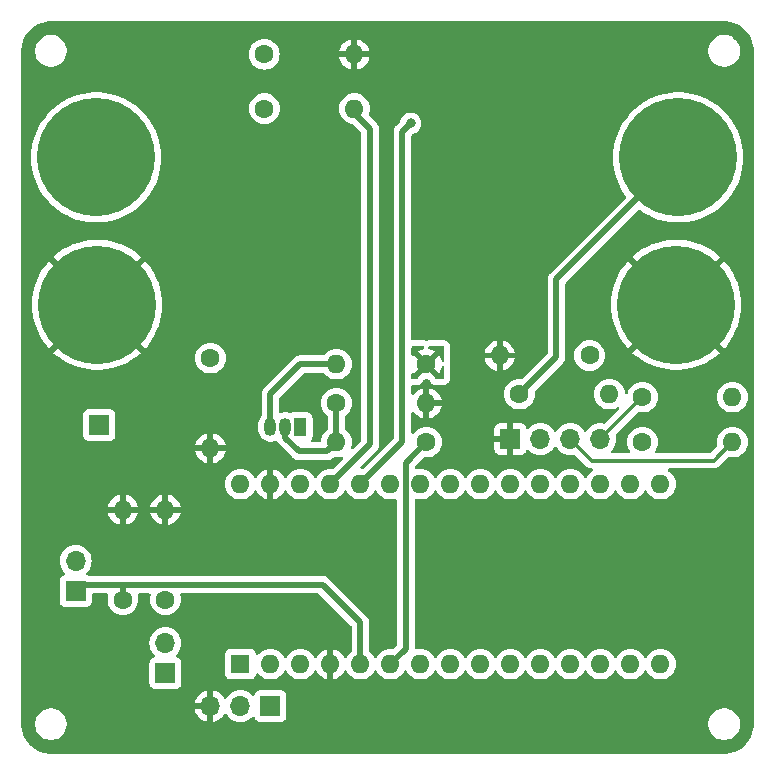
<source format=gbr>
%TF.GenerationSoftware,KiCad,Pcbnew,8.0.5*%
%TF.CreationDate,2024-12-03T18:06:49+01:00*%
%TF.ProjectId,Controller 1.4,436f6e74-726f-46c6-9c65-7220312e342e,rev?*%
%TF.SameCoordinates,Original*%
%TF.FileFunction,Copper,L2,Bot*%
%TF.FilePolarity,Positive*%
%FSLAX46Y46*%
G04 Gerber Fmt 4.6, Leading zero omitted, Abs format (unit mm)*
G04 Created by KiCad (PCBNEW 8.0.5) date 2024-12-03 18:06:49*
%MOMM*%
%LPD*%
G01*
G04 APERTURE LIST*
%TA.AperFunction,ComponentPad*%
%ADD10C,5.400000*%
%TD*%
%TA.AperFunction,ConnectorPad*%
%ADD11C,10.000000*%
%TD*%
%TA.AperFunction,ComponentPad*%
%ADD12C,1.600000*%
%TD*%
%TA.AperFunction,ComponentPad*%
%ADD13O,1.600000X1.600000*%
%TD*%
%TA.AperFunction,ComponentPad*%
%ADD14R,1.700000X1.700000*%
%TD*%
%TA.AperFunction,ComponentPad*%
%ADD15O,1.700000X1.700000*%
%TD*%
%TA.AperFunction,ComponentPad*%
%ADD16R,1.050000X1.500000*%
%TD*%
%TA.AperFunction,ComponentPad*%
%ADD17O,1.050000X1.500000*%
%TD*%
%TA.AperFunction,ComponentPad*%
%ADD18R,1.600000X1.600000*%
%TD*%
%TA.AperFunction,ViaPad*%
%ADD19C,0.800000*%
%TD*%
%TA.AperFunction,Conductor*%
%ADD20C,0.300000*%
%TD*%
%TA.AperFunction,Conductor*%
%ADD21C,0.500000*%
%TD*%
G04 APERTURE END LIST*
D10*
%TO.P,H4,1,1*%
%TO.N,Bat_output*%
X111238000Y-50831142D03*
D11*
X111238000Y-50831142D03*
%TD*%
D12*
%TO.P,R6,1*%
%TO.N,Bat_input*%
X147066000Y-70866000D03*
D13*
%TO.P,R6,2*%
%TO.N,A0*%
X154686000Y-70866000D03*
%TD*%
D14*
%TO.P,J4,1,Pin_1*%
%TO.N,D13*%
X117094000Y-94493000D03*
D15*
%TO.P,J4,2,Pin_2*%
%TO.N,Net-(J4-Pin_2)*%
X117094000Y-91953000D03*
%TD*%
D10*
%TO.P,H2,1,1*%
%TO.N,Bat_input*%
X160514000Y-50831142D03*
D11*
X160514000Y-50831142D03*
%TD*%
D12*
%TO.P,R9,1*%
%TO.N,Net-(Q2-B)*%
X131572000Y-71628000D03*
D13*
%TO.P,R9,2*%
%TO.N,GND*%
X139192000Y-71628000D03*
%TD*%
D16*
%TO.P,Q2,1,E*%
%TO.N,Net-(Q2-E)*%
X128524000Y-73660000D03*
D17*
%TO.P,Q2,2,B*%
%TO.N,Net-(Q2-B)*%
X127253999Y-73660000D03*
%TO.P,Q2,3,C*%
%TO.N,Net-(J2-Pin_1)*%
X125984000Y-73660000D03*
%TD*%
D12*
%TO.P,R4,1*%
%TO.N,A5_SCL*%
X157480000Y-71120000D03*
D13*
%TO.P,R4,2*%
%TO.N,+5V*%
X165100000Y-71120000D03*
%TD*%
D14*
%TO.P,J1,1,Pin_1*%
%TO.N,GND*%
X146304001Y-74676000D03*
D15*
%TO.P,J1,2,Pin_2*%
%TO.N,+5V*%
X148844001Y-74676000D03*
%TO.P,J1,3,Pin_3*%
%TO.N,A4_SDA*%
X151384000Y-74676000D03*
%TO.P,J1,4,Pin_4*%
%TO.N,A5_SCL*%
X153924001Y-74676000D03*
%TD*%
D14*
%TO.P,J3,1,Pin_1*%
%TO.N,D2*%
X109500000Y-87525000D03*
D15*
%TO.P,J3,2,Pin_2*%
%TO.N,+5V*%
X109500000Y-84985000D03*
%TD*%
D14*
%TO.P,J1-1,1,Pin_1*%
%TO.N,RX*%
X125983999Y-97282000D03*
D15*
%TO.P,J1-1,2,Pin_2*%
%TO.N,TX*%
X123443999Y-97282000D03*
%TO.P,J1-1,3,Pin_3*%
%TO.N,GND*%
X120904000Y-97282000D03*
%TD*%
D12*
%TO.P,R8,1*%
%TO.N,D3*%
X139192000Y-74930000D03*
D13*
%TO.P,R8,2*%
%TO.N,Net-(Q2-B)*%
X131572000Y-74930000D03*
%TD*%
D12*
%TO.P,R3,1*%
%TO.N,Net-(U1-REF1)*%
X125466000Y-42101142D03*
D13*
%TO.P,R3,2*%
%TO.N,GND*%
X133086000Y-42101142D03*
%TD*%
D12*
%TO.P,R13,1*%
%TO.N,Net-(J4-Pin_2)*%
X117094000Y-88275000D03*
D13*
%TO.P,R13,2*%
%TO.N,GND*%
X117094000Y-80655000D03*
%TD*%
D12*
%TO.P,R11,1*%
%TO.N,Bat_input*%
X139192000Y-68326000D03*
D13*
%TO.P,R11,2*%
%TO.N,Net-(J2-Pin_1)*%
X131572000Y-68326000D03*
%TD*%
D12*
%TO.P,R7,1*%
%TO.N,A0*%
X153010000Y-67600000D03*
D13*
%TO.P,R7,2*%
%TO.N,GND*%
X145390000Y-67600000D03*
%TD*%
D14*
%TO.P,J2,1,Pin_1*%
%TO.N,Net-(J2-Pin_1)*%
X111500000Y-73500000D03*
%TD*%
D12*
%TO.P,R12,1*%
%TO.N,D2*%
X113500000Y-88275000D03*
D13*
%TO.P,R12,2*%
%TO.N,GND*%
X113500000Y-80655000D03*
%TD*%
D10*
%TO.P,H3,1,1*%
%TO.N,GND*%
X111322000Y-63300000D03*
D11*
X111322000Y-63300000D03*
%TD*%
D12*
%TO.P,R2,1*%
%TO.N,Net-(U1-REF1)*%
X125476000Y-46701142D03*
D13*
%TO.P,R2,2*%
%TO.N,+5V*%
X133096000Y-46701142D03*
%TD*%
D10*
%TO.P,H1,1,1*%
%TO.N,GND*%
X160344000Y-63300000D03*
D11*
X160344000Y-63300000D03*
%TD*%
D12*
%TO.P,R1,1*%
%TO.N,+5V*%
X157480000Y-74930000D03*
D13*
%TO.P,R1,2*%
%TO.N,A4_SDA*%
X165100000Y-74930000D03*
%TD*%
D18*
%TO.P,A1,1,D1/TX*%
%TO.N,TX*%
X123444001Y-93726000D03*
D13*
%TO.P,A1,2,D0/RX*%
%TO.N,RX*%
X125984001Y-93726000D03*
%TO.P,A1,3,~{RESET}*%
%TO.N,unconnected-(A1-~{RESET}-Pad3)*%
X128524000Y-93726000D03*
%TO.P,A1,4,GND*%
%TO.N,GND*%
X131064001Y-93726000D03*
%TO.P,A1,5,D2*%
%TO.N,D2*%
X133604001Y-93726000D03*
%TO.P,A1,6,D3*%
%TO.N,D3*%
X136144001Y-93726000D03*
%TO.P,A1,7,D4*%
%TO.N,unconnected-(A1-D4-Pad7)*%
X138684001Y-93726000D03*
%TO.P,A1,8,D5*%
%TO.N,unconnected-(A1-D5-Pad8)*%
X141224002Y-93726000D03*
%TO.P,A1,9,D6*%
%TO.N,unconnected-(A1-D6-Pad9)*%
X143764001Y-93726000D03*
%TO.P,A1,10,D7*%
%TO.N,unconnected-(A1-D7-Pad10)*%
X146304001Y-93726000D03*
%TO.P,A1,11,D8*%
%TO.N,unconnected-(A1-D8-Pad11)*%
X148844001Y-93726000D03*
%TO.P,A1,12,D9*%
%TO.N,unconnected-(A1-D9-Pad12)*%
X151384000Y-93726000D03*
%TO.P,A1,13,D10*%
%TO.N,unconnected-(A1-D10-Pad13)*%
X153924001Y-93726000D03*
%TO.P,A1,14,D11*%
%TO.N,unconnected-(A1-D11-Pad14)*%
X156464001Y-93726000D03*
%TO.P,A1,15,D12*%
%TO.N,unconnected-(A1-D12-Pad15)*%
X159004001Y-93726000D03*
%TO.P,A1,16,D13*%
%TO.N,D13*%
X159004001Y-78486000D03*
%TO.P,A1,17,3V3*%
%TO.N,unconnected-(A1-3V3-Pad17)*%
X156464001Y-78486000D03*
%TO.P,A1,18,AREF*%
%TO.N,unconnected-(A1-AREF-Pad18)*%
X153924001Y-78486000D03*
%TO.P,A1,19,A0*%
%TO.N,A0*%
X151384001Y-78486000D03*
%TO.P,A1,20,A1*%
%TO.N,unconnected-(A1-A1-Pad20)*%
X148844001Y-78486000D03*
%TO.P,A1,21,A2*%
%TO.N,unconnected-(A1-A2-Pad21)*%
X146304001Y-78486000D03*
%TO.P,A1,22,A3*%
%TO.N,unconnected-(A1-A3-Pad22)*%
X143764001Y-78486000D03*
%TO.P,A1,23,A4*%
%TO.N,A4_SDA*%
X141224001Y-78486000D03*
%TO.P,A1,24,A5*%
%TO.N,A5_SCL*%
X138684001Y-78486000D03*
%TO.P,A1,25,A6*%
%TO.N,unconnected-(A1-A6-Pad25)*%
X136144001Y-78486000D03*
%TO.P,A1,26,A7*%
%TO.N,A7*%
X133604001Y-78486000D03*
%TO.P,A1,27,+5V*%
%TO.N,+5V*%
X131064001Y-78486000D03*
%TO.P,A1,28,~{RESET}*%
%TO.N,unconnected-(A1-~{RESET}-Pad28)*%
X128524001Y-78486000D03*
%TO.P,A1,29,GND*%
%TO.N,GND*%
X125984001Y-78486000D03*
%TO.P,A1,30,VIN*%
%TO.N,unconnected-(A1-VIN-Pad30)*%
X123444001Y-78486000D03*
%TD*%
D12*
%TO.P,R10,1*%
%TO.N,Net-(Q2-E)*%
X120904000Y-67818000D03*
D13*
%TO.P,R10,2*%
%TO.N,GND*%
X120904000Y-75438000D03*
%TD*%
D19*
%TO.N,A7*%
X137858000Y-47942000D03*
%TO.N,GND*%
X143800000Y-76400000D03*
X143551093Y-43536049D03*
%TD*%
D20*
%TO.N,A5_SCL*%
X153924001Y-74676000D02*
X157480000Y-71120001D01*
D21*
%TO.N,A7*%
X133604000Y-78485999D02*
X133604001Y-78486000D01*
X137160000Y-74930001D02*
X133604001Y-78486000D01*
X137858000Y-47942000D02*
X137160000Y-48640000D01*
X137160000Y-48640000D02*
X137160000Y-74930001D01*
%TO.N,D3*%
X137434001Y-92436000D02*
X136144001Y-93726000D01*
X137434001Y-76687999D02*
X137434001Y-92436000D01*
X139192000Y-74930000D02*
X137434001Y-76687999D01*
%TO.N,D2*%
X133604001Y-90204001D02*
X130400000Y-87000000D01*
X110025000Y-87000000D02*
X109500000Y-87525000D01*
X113500000Y-87000000D02*
X113500000Y-88310000D01*
X133604001Y-93726000D02*
X133604001Y-90204001D01*
X113500000Y-87000000D02*
X110025000Y-87000000D01*
X130400000Y-87000000D02*
X113500000Y-87000000D01*
D20*
%TO.N,A4_SDA*%
X163530000Y-76500000D02*
X165100000Y-74930000D01*
X153208000Y-76500000D02*
X163530000Y-76500000D01*
X151384000Y-74676000D02*
X153208000Y-76500000D01*
D21*
%TO.N,+5V*%
X131064001Y-78486000D02*
X134436000Y-75114001D01*
X133096000Y-47111142D02*
X133096000Y-46701142D01*
X134436000Y-48451142D02*
X133096000Y-47111142D01*
X134436000Y-75114001D02*
X134436000Y-48451142D01*
%TO.N,Bat_input*%
X150200000Y-67732000D02*
X150200000Y-61145142D01*
X147066000Y-70866000D02*
X150200000Y-67732000D01*
X150200000Y-61145142D02*
X160514000Y-50831142D01*
%TO.N,Net-(J2-Pin_1)*%
X125984000Y-70866000D02*
X128524000Y-68326000D01*
X128524000Y-68326000D02*
X131572000Y-68326000D01*
X125984000Y-73660000D02*
X125984000Y-70866000D01*
%TO.N,Net-(Q2-B)*%
X127253999Y-73660000D02*
X127253999Y-74564999D01*
X127253999Y-74564999D02*
X128381000Y-75692000D01*
X131572000Y-74930000D02*
X131572000Y-71628000D01*
X128381000Y-75692000D02*
X130810000Y-75692000D01*
X130810000Y-75692000D02*
X131572000Y-74930000D01*
%TD*%
%TA.AperFunction,Conductor*%
%TO.N,GND*%
G36*
X164402957Y-39306015D02*
G01*
X164558542Y-39308450D01*
X164572783Y-39309495D01*
X164882224Y-39350234D01*
X164898103Y-39353392D01*
X165198650Y-39433923D01*
X165214005Y-39439136D01*
X165501450Y-39558200D01*
X165515997Y-39565374D01*
X165785440Y-39720937D01*
X165798926Y-39729948D01*
X166045761Y-39919351D01*
X166057956Y-39930046D01*
X166277953Y-40150043D01*
X166288648Y-40162238D01*
X166478051Y-40409073D01*
X166487062Y-40422559D01*
X166642625Y-40692002D01*
X166649799Y-40706549D01*
X166768863Y-40993994D01*
X166774077Y-41009353D01*
X166798660Y-41101096D01*
X166834370Y-41234371D01*
X166854603Y-41309879D01*
X166857767Y-41325788D01*
X166898503Y-41635214D01*
X166899549Y-41649459D01*
X166901984Y-41805042D01*
X166901999Y-41806982D01*
X166901999Y-98805015D01*
X166901982Y-98807041D01*
X166899440Y-98962572D01*
X166898396Y-98976731D01*
X166857655Y-99286190D01*
X166854491Y-99302098D01*
X166773969Y-99602611D01*
X166768755Y-99617971D01*
X166649697Y-99905401D01*
X166642523Y-99919948D01*
X166486967Y-100189378D01*
X166477956Y-100202864D01*
X166288562Y-100449687D01*
X166277867Y-100461882D01*
X166057881Y-100681868D01*
X166045686Y-100692563D01*
X165798862Y-100881957D01*
X165785376Y-100890968D01*
X165515946Y-101046524D01*
X165501398Y-101053698D01*
X165213969Y-101172754D01*
X165198611Y-101177968D01*
X164898095Y-101258492D01*
X164882186Y-101261656D01*
X164572728Y-101302397D01*
X164558570Y-101303441D01*
X164403039Y-101305984D01*
X164401012Y-101306001D01*
X107402984Y-101306001D01*
X107401043Y-101305986D01*
X107245458Y-101303550D01*
X107231214Y-101302504D01*
X106921788Y-101261768D01*
X106905884Y-101258605D01*
X106755616Y-101218341D01*
X106605353Y-101178078D01*
X106589994Y-101172864D01*
X106302549Y-101053800D01*
X106288002Y-101046626D01*
X106018559Y-100891063D01*
X106005073Y-100882052D01*
X105758237Y-100692649D01*
X105746042Y-100681954D01*
X105526049Y-100461960D01*
X105515354Y-100449766D01*
X105515293Y-100449687D01*
X105325939Y-100202917D01*
X105316938Y-100189444D01*
X105161373Y-99919998D01*
X105154199Y-99905450D01*
X105035137Y-99618007D01*
X105029923Y-99602649D01*
X105014400Y-99544718D01*
X104949393Y-99302110D01*
X104946232Y-99286219D01*
X104905494Y-98976784D01*
X104904449Y-98962541D01*
X104902015Y-98806958D01*
X104902000Y-98805018D01*
X104902000Y-98688115D01*
X106054566Y-98688115D01*
X106054566Y-98923886D01*
X106095508Y-99156074D01*
X106176145Y-99377623D01*
X106176148Y-99377630D01*
X106294030Y-99581807D01*
X106294032Y-99581811D01*
X106361771Y-99662538D01*
X106445581Y-99762419D01*
X106564612Y-99862298D01*
X106626188Y-99913967D01*
X106626189Y-99913967D01*
X106626191Y-99913969D01*
X106830374Y-100031854D01*
X107051926Y-100112492D01*
X107284114Y-100153434D01*
X107519882Y-100153434D01*
X107519884Y-100153434D01*
X107752072Y-100112492D01*
X107973624Y-100031854D01*
X108177807Y-99913969D01*
X108358417Y-99762419D01*
X108509967Y-99581809D01*
X108627852Y-99377626D01*
X108708490Y-99156074D01*
X108749432Y-98923886D01*
X108752000Y-98806001D01*
X108749432Y-98688116D01*
X108749432Y-98688115D01*
X163054567Y-98688115D01*
X163054567Y-98923886D01*
X163095509Y-99156074D01*
X163176146Y-99377623D01*
X163176149Y-99377630D01*
X163294031Y-99581807D01*
X163294033Y-99581811D01*
X163361772Y-99662538D01*
X163445582Y-99762419D01*
X163564613Y-99862298D01*
X163626189Y-99913967D01*
X163626190Y-99913967D01*
X163626192Y-99913969D01*
X163830375Y-100031854D01*
X164051927Y-100112492D01*
X164284115Y-100153434D01*
X164519883Y-100153434D01*
X164519885Y-100153434D01*
X164752073Y-100112492D01*
X164973625Y-100031854D01*
X165177808Y-99913969D01*
X165358418Y-99762419D01*
X165509968Y-99581809D01*
X165627853Y-99377626D01*
X165708491Y-99156074D01*
X165749433Y-98923886D01*
X165752001Y-98806001D01*
X165749433Y-98688116D01*
X165708491Y-98455928D01*
X165627853Y-98234376D01*
X165509968Y-98030193D01*
X165509966Y-98030191D01*
X165509966Y-98030190D01*
X165441092Y-97948110D01*
X165358418Y-97849583D01*
X165258537Y-97765773D01*
X165177810Y-97698034D01*
X165177806Y-97698032D01*
X164973629Y-97580150D01*
X164973626Y-97580149D01*
X164973625Y-97580148D01*
X164752073Y-97499510D01*
X164519885Y-97458568D01*
X164284114Y-97458568D01*
X164051926Y-97499510D01*
X163830377Y-97580147D01*
X163830370Y-97580150D01*
X163626193Y-97698032D01*
X163626189Y-97698034D01*
X163445582Y-97849583D01*
X163294033Y-98030190D01*
X163294031Y-98030194D01*
X163176149Y-98234371D01*
X163176146Y-98234378D01*
X163095509Y-98455927D01*
X163054567Y-98688115D01*
X108749432Y-98688115D01*
X108708490Y-98455928D01*
X108627852Y-98234376D01*
X108509967Y-98030193D01*
X108509965Y-98030191D01*
X108509965Y-98030190D01*
X108441091Y-97948110D01*
X108358417Y-97849583D01*
X108258536Y-97765773D01*
X108177809Y-97698034D01*
X108177805Y-97698032D01*
X107973628Y-97580150D01*
X107973625Y-97580149D01*
X107973624Y-97580148D01*
X107752072Y-97499510D01*
X107519884Y-97458568D01*
X107284113Y-97458568D01*
X107051925Y-97499510D01*
X106830376Y-97580147D01*
X106830369Y-97580150D01*
X106626192Y-97698032D01*
X106626188Y-97698034D01*
X106445581Y-97849583D01*
X106294032Y-98030190D01*
X106294030Y-98030194D01*
X106176148Y-98234371D01*
X106176145Y-98234378D01*
X106095508Y-98455927D01*
X106054566Y-98688115D01*
X104902000Y-98688115D01*
X104902000Y-97031999D01*
X119573364Y-97031999D01*
X119573364Y-97032000D01*
X120470988Y-97032000D01*
X120438075Y-97089007D01*
X120404000Y-97216174D01*
X120404000Y-97347826D01*
X120438075Y-97474993D01*
X120470988Y-97532000D01*
X119573364Y-97532000D01*
X119630567Y-97745486D01*
X119630570Y-97745492D01*
X119730399Y-97959578D01*
X119865894Y-98153082D01*
X120032917Y-98320105D01*
X120226421Y-98455600D01*
X120440507Y-98555429D01*
X120440516Y-98555433D01*
X120654000Y-98612634D01*
X120654000Y-97715012D01*
X120711007Y-97747925D01*
X120838174Y-97782000D01*
X120969826Y-97782000D01*
X121096993Y-97747925D01*
X121154000Y-97715012D01*
X121154000Y-98612633D01*
X121367483Y-98555433D01*
X121367492Y-98555429D01*
X121581578Y-98455600D01*
X121775082Y-98320105D01*
X121942105Y-98153082D01*
X122072119Y-97967405D01*
X122126696Y-97923781D01*
X122196195Y-97916588D01*
X122258549Y-97948110D01*
X122275269Y-97967406D01*
X122405280Y-98153082D01*
X122405504Y-98153401D01*
X122572598Y-98320495D01*
X122669383Y-98388265D01*
X122766164Y-98456032D01*
X122766166Y-98456033D01*
X122766169Y-98456035D01*
X122980336Y-98555903D01*
X123208591Y-98617063D01*
X123385033Y-98632500D01*
X123443998Y-98637659D01*
X123443999Y-98637659D01*
X123444000Y-98637659D01*
X123502965Y-98632500D01*
X123679407Y-98617063D01*
X123907662Y-98555903D01*
X124121829Y-98456035D01*
X124315400Y-98320495D01*
X124437328Y-98198566D01*
X124498647Y-98165084D01*
X124568339Y-98170068D01*
X124624273Y-98211939D01*
X124641188Y-98242917D01*
X124690201Y-98374328D01*
X124690205Y-98374335D01*
X124776451Y-98489544D01*
X124776454Y-98489547D01*
X124891663Y-98575793D01*
X124891670Y-98575797D01*
X125026516Y-98626091D01*
X125026515Y-98626091D01*
X125033443Y-98626835D01*
X125086126Y-98632500D01*
X126881871Y-98632499D01*
X126941482Y-98626091D01*
X127076330Y-98575796D01*
X127191545Y-98489546D01*
X127277795Y-98374331D01*
X127328090Y-98239483D01*
X127334499Y-98179873D01*
X127334498Y-96384128D01*
X127328090Y-96324517D01*
X127326809Y-96321083D01*
X127277796Y-96189671D01*
X127277792Y-96189664D01*
X127191546Y-96074455D01*
X127191543Y-96074452D01*
X127076334Y-95988206D01*
X127076327Y-95988202D01*
X126941481Y-95937908D01*
X126941482Y-95937908D01*
X126881882Y-95931501D01*
X126881880Y-95931500D01*
X126881872Y-95931500D01*
X126881863Y-95931500D01*
X125086128Y-95931500D01*
X125086122Y-95931501D01*
X125026515Y-95937908D01*
X124891670Y-95988202D01*
X124891663Y-95988206D01*
X124776454Y-96074452D01*
X124776451Y-96074455D01*
X124690205Y-96189664D01*
X124690202Y-96189669D01*
X124641188Y-96321083D01*
X124599316Y-96377016D01*
X124533852Y-96401433D01*
X124465579Y-96386581D01*
X124437325Y-96365430D01*
X124315401Y-96243506D01*
X124315394Y-96243501D01*
X124121833Y-96107967D01*
X124121829Y-96107965D01*
X124121827Y-96107964D01*
X123907662Y-96008097D01*
X123907658Y-96008096D01*
X123907654Y-96008094D01*
X123679412Y-95946938D01*
X123679402Y-95946936D01*
X123444000Y-95926341D01*
X123443998Y-95926341D01*
X123208595Y-95946936D01*
X123208585Y-95946938D01*
X122980343Y-96008094D01*
X122980334Y-96008098D01*
X122766170Y-96107964D01*
X122766168Y-96107965D01*
X122572596Y-96243505D01*
X122405504Y-96410597D01*
X122275269Y-96596594D01*
X122220692Y-96640219D01*
X122151194Y-96647413D01*
X122088839Y-96615890D01*
X122072119Y-96596594D01*
X121942113Y-96410926D01*
X121942108Y-96410920D01*
X121775082Y-96243894D01*
X121581578Y-96108399D01*
X121367492Y-96008570D01*
X121367486Y-96008567D01*
X121154000Y-95951364D01*
X121154000Y-96848988D01*
X121096993Y-96816075D01*
X120969826Y-96782000D01*
X120838174Y-96782000D01*
X120711007Y-96816075D01*
X120654000Y-96848988D01*
X120654000Y-95951364D01*
X120653999Y-95951364D01*
X120440513Y-96008567D01*
X120440507Y-96008570D01*
X120226422Y-96108399D01*
X120226420Y-96108400D01*
X120032926Y-96243886D01*
X120032920Y-96243891D01*
X119865891Y-96410920D01*
X119865886Y-96410926D01*
X119730400Y-96604420D01*
X119730399Y-96604422D01*
X119630570Y-96818507D01*
X119630567Y-96818513D01*
X119573364Y-97031999D01*
X104902000Y-97031999D01*
X104902000Y-91952999D01*
X115738341Y-91952999D01*
X115738341Y-91953000D01*
X115758936Y-92188403D01*
X115758938Y-92188413D01*
X115820094Y-92416655D01*
X115820096Y-92416659D01*
X115820097Y-92416663D01*
X115858834Y-92499734D01*
X115919965Y-92630830D01*
X115919967Y-92630834D01*
X115986843Y-92726342D01*
X116055501Y-92824396D01*
X116055506Y-92824402D01*
X116177430Y-92946326D01*
X116210915Y-93007649D01*
X116205931Y-93077341D01*
X116164059Y-93133274D01*
X116133083Y-93150189D01*
X116001669Y-93199203D01*
X116001664Y-93199206D01*
X115886455Y-93285452D01*
X115886452Y-93285455D01*
X115800206Y-93400664D01*
X115800202Y-93400671D01*
X115749908Y-93535517D01*
X115743501Y-93595116D01*
X115743501Y-93595123D01*
X115743500Y-93595135D01*
X115743500Y-95390870D01*
X115743501Y-95390876D01*
X115749908Y-95450483D01*
X115800202Y-95585328D01*
X115800206Y-95585335D01*
X115886452Y-95700544D01*
X115886455Y-95700547D01*
X116001664Y-95786793D01*
X116001671Y-95786797D01*
X116136517Y-95837091D01*
X116136516Y-95837091D01*
X116143444Y-95837835D01*
X116196127Y-95843500D01*
X117991872Y-95843499D01*
X118051483Y-95837091D01*
X118186331Y-95786796D01*
X118301546Y-95700546D01*
X118387796Y-95585331D01*
X118438091Y-95450483D01*
X118444500Y-95390873D01*
X118444499Y-93595128D01*
X118438091Y-93535517D01*
X118402822Y-93440957D01*
X118387797Y-93400671D01*
X118387793Y-93400664D01*
X118301547Y-93285455D01*
X118301544Y-93285452D01*
X118186335Y-93199206D01*
X118186328Y-93199202D01*
X118054917Y-93150189D01*
X117998983Y-93108318D01*
X117974566Y-93042853D01*
X117989418Y-92974580D01*
X118010563Y-92946332D01*
X118132495Y-92824401D01*
X118268035Y-92630830D01*
X118367903Y-92416663D01*
X118429063Y-92188408D01*
X118449659Y-91953000D01*
X118429063Y-91717592D01*
X118367903Y-91489337D01*
X118268035Y-91275171D01*
X118132495Y-91081599D01*
X118132494Y-91081597D01*
X117965402Y-90914506D01*
X117965395Y-90914501D01*
X117771834Y-90778967D01*
X117771830Y-90778965D01*
X117771828Y-90778964D01*
X117557663Y-90679097D01*
X117557659Y-90679096D01*
X117557655Y-90679094D01*
X117329413Y-90617938D01*
X117329403Y-90617936D01*
X117094001Y-90597341D01*
X117093999Y-90597341D01*
X116858596Y-90617936D01*
X116858586Y-90617938D01*
X116630344Y-90679094D01*
X116630335Y-90679098D01*
X116416171Y-90778964D01*
X116416169Y-90778965D01*
X116222597Y-90914505D01*
X116055505Y-91081597D01*
X115919965Y-91275169D01*
X115919964Y-91275171D01*
X115820098Y-91489335D01*
X115820094Y-91489344D01*
X115758938Y-91717586D01*
X115758936Y-91717596D01*
X115738341Y-91952999D01*
X104902000Y-91952999D01*
X104902000Y-84984999D01*
X108144341Y-84984999D01*
X108144341Y-84985000D01*
X108164936Y-85220403D01*
X108164938Y-85220413D01*
X108226094Y-85448655D01*
X108226096Y-85448659D01*
X108226097Y-85448663D01*
X108325965Y-85662830D01*
X108325967Y-85662834D01*
X108434281Y-85817521D01*
X108461501Y-85856396D01*
X108461506Y-85856402D01*
X108583430Y-85978326D01*
X108616915Y-86039649D01*
X108611931Y-86109341D01*
X108570059Y-86165274D01*
X108539083Y-86182189D01*
X108407669Y-86231203D01*
X108407664Y-86231206D01*
X108292455Y-86317452D01*
X108292452Y-86317455D01*
X108206206Y-86432664D01*
X108206202Y-86432671D01*
X108155908Y-86567517D01*
X108149501Y-86627116D01*
X108149500Y-86627135D01*
X108149500Y-88422870D01*
X108149501Y-88422876D01*
X108155908Y-88482483D01*
X108206202Y-88617328D01*
X108206206Y-88617335D01*
X108292452Y-88732544D01*
X108292455Y-88732547D01*
X108407664Y-88818793D01*
X108407671Y-88818797D01*
X108542517Y-88869091D01*
X108542516Y-88869091D01*
X108549444Y-88869835D01*
X108602127Y-88875500D01*
X110397872Y-88875499D01*
X110457483Y-88869091D01*
X110592331Y-88818796D01*
X110707546Y-88732546D01*
X110793796Y-88617331D01*
X110844091Y-88482483D01*
X110850500Y-88422873D01*
X110850500Y-87874500D01*
X110870185Y-87807461D01*
X110922989Y-87761706D01*
X110974500Y-87750500D01*
X112132562Y-87750500D01*
X112199601Y-87770185D01*
X112245356Y-87822989D01*
X112255300Y-87892147D01*
X112252337Y-87906593D01*
X112214366Y-88048302D01*
X112214364Y-88048313D01*
X112194532Y-88274998D01*
X112194532Y-88275001D01*
X112214364Y-88501686D01*
X112214366Y-88501697D01*
X112273258Y-88721488D01*
X112273261Y-88721497D01*
X112369431Y-88927732D01*
X112369432Y-88927734D01*
X112499954Y-89114141D01*
X112660858Y-89275045D01*
X112660861Y-89275047D01*
X112847266Y-89405568D01*
X113053504Y-89501739D01*
X113273308Y-89560635D01*
X113435230Y-89574801D01*
X113499998Y-89580468D01*
X113500000Y-89580468D01*
X113500002Y-89580468D01*
X113556673Y-89575509D01*
X113726692Y-89560635D01*
X113946496Y-89501739D01*
X114152734Y-89405568D01*
X114339139Y-89275047D01*
X114500047Y-89114139D01*
X114630568Y-88927734D01*
X114726739Y-88721496D01*
X114785635Y-88501692D01*
X114805468Y-88275000D01*
X114785635Y-88048308D01*
X114747663Y-87906593D01*
X114749326Y-87836743D01*
X114788489Y-87778881D01*
X114852717Y-87751377D01*
X114867438Y-87750500D01*
X115726562Y-87750500D01*
X115793601Y-87770185D01*
X115839356Y-87822989D01*
X115849300Y-87892147D01*
X115846337Y-87906593D01*
X115808366Y-88048302D01*
X115808364Y-88048313D01*
X115788532Y-88274998D01*
X115788532Y-88275001D01*
X115808364Y-88501686D01*
X115808366Y-88501697D01*
X115867258Y-88721488D01*
X115867261Y-88721497D01*
X115963431Y-88927732D01*
X115963432Y-88927734D01*
X116093954Y-89114141D01*
X116254858Y-89275045D01*
X116254861Y-89275047D01*
X116441266Y-89405568D01*
X116647504Y-89501739D01*
X116867308Y-89560635D01*
X117029230Y-89574801D01*
X117093998Y-89580468D01*
X117094000Y-89580468D01*
X117094002Y-89580468D01*
X117150673Y-89575509D01*
X117320692Y-89560635D01*
X117540496Y-89501739D01*
X117746734Y-89405568D01*
X117933139Y-89275047D01*
X118094047Y-89114139D01*
X118224568Y-88927734D01*
X118320739Y-88721496D01*
X118379635Y-88501692D01*
X118399468Y-88275000D01*
X118379635Y-88048308D01*
X118341663Y-87906593D01*
X118343326Y-87836743D01*
X118382489Y-87778881D01*
X118446717Y-87751377D01*
X118461438Y-87750500D01*
X130037770Y-87750500D01*
X130104809Y-87770185D01*
X130125451Y-87786819D01*
X132817182Y-90478549D01*
X132850667Y-90539872D01*
X132853501Y-90566230D01*
X132853501Y-92599336D01*
X132833816Y-92666375D01*
X132800626Y-92700910D01*
X132764864Y-92725951D01*
X132603952Y-92886862D01*
X132494728Y-93042853D01*
X132473433Y-93073266D01*
X132446384Y-93131274D01*
X132446107Y-93131867D01*
X132399934Y-93184306D01*
X132332740Y-93203457D01*
X132265859Y-93183241D01*
X132221343Y-93131865D01*
X132194136Y-93073520D01*
X132194135Y-93073518D01*
X132063658Y-92887179D01*
X131902821Y-92726342D01*
X131716483Y-92595865D01*
X131510329Y-92499734D01*
X131314001Y-92447127D01*
X131314001Y-93292988D01*
X131256994Y-93260075D01*
X131129827Y-93226000D01*
X130998175Y-93226000D01*
X130871008Y-93260075D01*
X130814001Y-93292988D01*
X130814001Y-92447127D01*
X130617672Y-92499734D01*
X130411518Y-92595865D01*
X130225180Y-92726342D01*
X130064343Y-92887179D01*
X129933866Y-93073517D01*
X129906658Y-93131867D01*
X129860485Y-93184306D01*
X129793292Y-93203458D01*
X129726411Y-93183242D01*
X129681894Y-93131867D01*
X129681618Y-93131275D01*
X129654568Y-93073266D01*
X129524047Y-92886861D01*
X129524045Y-92886858D01*
X129363141Y-92725954D01*
X129176734Y-92595432D01*
X129176732Y-92595431D01*
X128970497Y-92499261D01*
X128970488Y-92499258D01*
X128750697Y-92440366D01*
X128750693Y-92440365D01*
X128750692Y-92440365D01*
X128750691Y-92440364D01*
X128750686Y-92440364D01*
X128524002Y-92420532D01*
X128523998Y-92420532D01*
X128297313Y-92440364D01*
X128297302Y-92440366D01*
X128077511Y-92499258D01*
X128077502Y-92499261D01*
X127871267Y-92595431D01*
X127871265Y-92595432D01*
X127684858Y-92725954D01*
X127523954Y-92886858D01*
X127393432Y-93073265D01*
X127393428Y-93073272D01*
X127366381Y-93131274D01*
X127320208Y-93183713D01*
X127253014Y-93202864D01*
X127186133Y-93182647D01*
X127141618Y-93131273D01*
X127114687Y-93073520D01*
X127114569Y-93073266D01*
X126984048Y-92886861D01*
X126984046Y-92886858D01*
X126823142Y-92725954D01*
X126636735Y-92595432D01*
X126636733Y-92595431D01*
X126430498Y-92499261D01*
X126430489Y-92499258D01*
X126210698Y-92440366D01*
X126210694Y-92440365D01*
X126210693Y-92440365D01*
X126210692Y-92440364D01*
X126210687Y-92440364D01*
X125984003Y-92420532D01*
X125983999Y-92420532D01*
X125757314Y-92440364D01*
X125757303Y-92440366D01*
X125537512Y-92499258D01*
X125537503Y-92499261D01*
X125331268Y-92595431D01*
X125331266Y-92595432D01*
X125144859Y-92725954D01*
X124983955Y-92886858D01*
X124966726Y-92911464D01*
X124912148Y-92955088D01*
X124842649Y-92962280D01*
X124780295Y-92930757D01*
X124744883Y-92870526D01*
X124741862Y-92853591D01*
X124738092Y-92818516D01*
X124687798Y-92683671D01*
X124687794Y-92683664D01*
X124601548Y-92568455D01*
X124601545Y-92568452D01*
X124486336Y-92482206D01*
X124486329Y-92482202D01*
X124351483Y-92431908D01*
X124351484Y-92431908D01*
X124291884Y-92425501D01*
X124291882Y-92425500D01*
X124291874Y-92425500D01*
X124291865Y-92425500D01*
X122596130Y-92425500D01*
X122596124Y-92425501D01*
X122536517Y-92431908D01*
X122401672Y-92482202D01*
X122401665Y-92482206D01*
X122286456Y-92568452D01*
X122286453Y-92568455D01*
X122200207Y-92683664D01*
X122200203Y-92683671D01*
X122149909Y-92818517D01*
X122143502Y-92878116D01*
X122143501Y-92878135D01*
X122143501Y-94573870D01*
X122143502Y-94573876D01*
X122149909Y-94633483D01*
X122200203Y-94768328D01*
X122200207Y-94768335D01*
X122286453Y-94883544D01*
X122286456Y-94883547D01*
X122401665Y-94969793D01*
X122401672Y-94969797D01*
X122536518Y-95020091D01*
X122536517Y-95020091D01*
X122543445Y-95020835D01*
X122596128Y-95026500D01*
X124291873Y-95026499D01*
X124351484Y-95020091D01*
X124486332Y-94969796D01*
X124601547Y-94883546D01*
X124687797Y-94768331D01*
X124738092Y-94633483D01*
X124741863Y-94598401D01*
X124768600Y-94533855D01*
X124825991Y-94494006D01*
X124895817Y-94491511D01*
X124955906Y-94527163D01*
X124966727Y-94540536D01*
X124983957Y-94565143D01*
X125144859Y-94726045D01*
X125144862Y-94726047D01*
X125331267Y-94856568D01*
X125537505Y-94952739D01*
X125757309Y-95011635D01*
X125919231Y-95025801D01*
X125983999Y-95031468D01*
X125984001Y-95031468D01*
X125984003Y-95031468D01*
X126040808Y-95026498D01*
X126210693Y-95011635D01*
X126430497Y-94952739D01*
X126636735Y-94856568D01*
X126823140Y-94726047D01*
X126984048Y-94565139D01*
X127114569Y-94378734D01*
X127141618Y-94320726D01*
X127187790Y-94268287D01*
X127254983Y-94249135D01*
X127321865Y-94269350D01*
X127366381Y-94320724D01*
X127393432Y-94378734D01*
X127449317Y-94458546D01*
X127523954Y-94565141D01*
X127684858Y-94726045D01*
X127684861Y-94726047D01*
X127871266Y-94856568D01*
X128077504Y-94952739D01*
X128297308Y-95011635D01*
X128459230Y-95025801D01*
X128523998Y-95031468D01*
X128524000Y-95031468D01*
X128524002Y-95031468D01*
X128580807Y-95026498D01*
X128750692Y-95011635D01*
X128970496Y-94952739D01*
X129176734Y-94856568D01*
X129363139Y-94726047D01*
X129524047Y-94565139D01*
X129654568Y-94378734D01*
X129681894Y-94320132D01*
X129728066Y-94267693D01*
X129795259Y-94248541D01*
X129862141Y-94268756D01*
X129906658Y-94320133D01*
X129933865Y-94378479D01*
X129933866Y-94378481D01*
X130064343Y-94564820D01*
X130225180Y-94725657D01*
X130411518Y-94856134D01*
X130617674Y-94952265D01*
X130617683Y-94952269D01*
X130814000Y-95004872D01*
X130814001Y-95004871D01*
X130814001Y-94159012D01*
X130871008Y-94191925D01*
X130998175Y-94226000D01*
X131129827Y-94226000D01*
X131256994Y-94191925D01*
X131314001Y-94159012D01*
X131314001Y-95004872D01*
X131510318Y-94952269D01*
X131510327Y-94952265D01*
X131716483Y-94856134D01*
X131902821Y-94725657D01*
X132063658Y-94564820D01*
X132194133Y-94378484D01*
X132221342Y-94320134D01*
X132267514Y-94267695D01*
X132334708Y-94248542D01*
X132401589Y-94268757D01*
X132446106Y-94320132D01*
X132446383Y-94320725D01*
X132473432Y-94378732D01*
X132473433Y-94378734D01*
X132603955Y-94565141D01*
X132764859Y-94726045D01*
X132764862Y-94726047D01*
X132951267Y-94856568D01*
X133157505Y-94952739D01*
X133377309Y-95011635D01*
X133539231Y-95025801D01*
X133603999Y-95031468D01*
X133604001Y-95031468D01*
X133604003Y-95031468D01*
X133660808Y-95026498D01*
X133830693Y-95011635D01*
X134050497Y-94952739D01*
X134256735Y-94856568D01*
X134443140Y-94726047D01*
X134604048Y-94565139D01*
X134734569Y-94378734D01*
X134761619Y-94320724D01*
X134807791Y-94268285D01*
X134874984Y-94249133D01*
X134941866Y-94269348D01*
X134986383Y-94320725D01*
X135013430Y-94378728D01*
X135013433Y-94378734D01*
X135143955Y-94565141D01*
X135304859Y-94726045D01*
X135304862Y-94726047D01*
X135491267Y-94856568D01*
X135697505Y-94952739D01*
X135917309Y-95011635D01*
X136079231Y-95025801D01*
X136143999Y-95031468D01*
X136144001Y-95031468D01*
X136144003Y-95031468D01*
X136200808Y-95026498D01*
X136370693Y-95011635D01*
X136590497Y-94952739D01*
X136796735Y-94856568D01*
X136983140Y-94726047D01*
X137144048Y-94565139D01*
X137274569Y-94378734D01*
X137301619Y-94320724D01*
X137347791Y-94268285D01*
X137414984Y-94249133D01*
X137481866Y-94269348D01*
X137526383Y-94320725D01*
X137553430Y-94378728D01*
X137553433Y-94378734D01*
X137683955Y-94565141D01*
X137844859Y-94726045D01*
X137844862Y-94726047D01*
X138031267Y-94856568D01*
X138237505Y-94952739D01*
X138457309Y-95011635D01*
X138619231Y-95025801D01*
X138683999Y-95031468D01*
X138684001Y-95031468D01*
X138684003Y-95031468D01*
X138740808Y-95026498D01*
X138910693Y-95011635D01*
X139130497Y-94952739D01*
X139336735Y-94856568D01*
X139523140Y-94726047D01*
X139684048Y-94565139D01*
X139814569Y-94378734D01*
X139841621Y-94320719D01*
X139887790Y-94268285D01*
X139954984Y-94249132D01*
X140021865Y-94269347D01*
X140066383Y-94320723D01*
X140093433Y-94378732D01*
X140093434Y-94378734D01*
X140223956Y-94565141D01*
X140384860Y-94726045D01*
X140384863Y-94726047D01*
X140571268Y-94856568D01*
X140777506Y-94952739D01*
X140997310Y-95011635D01*
X141159232Y-95025801D01*
X141224000Y-95031468D01*
X141224002Y-95031468D01*
X141224004Y-95031468D01*
X141280809Y-95026498D01*
X141450694Y-95011635D01*
X141670498Y-94952739D01*
X141876736Y-94856568D01*
X142063141Y-94726047D01*
X142224049Y-94565139D01*
X142354570Y-94378734D01*
X142381619Y-94320726D01*
X142427791Y-94268287D01*
X142494984Y-94249135D01*
X142561866Y-94269350D01*
X142606382Y-94320724D01*
X142633433Y-94378734D01*
X142689318Y-94458546D01*
X142763955Y-94565141D01*
X142924859Y-94726045D01*
X142924862Y-94726047D01*
X143111267Y-94856568D01*
X143317505Y-94952739D01*
X143537309Y-95011635D01*
X143699231Y-95025801D01*
X143763999Y-95031468D01*
X143764001Y-95031468D01*
X143764003Y-95031468D01*
X143820808Y-95026498D01*
X143990693Y-95011635D01*
X144210497Y-94952739D01*
X144416735Y-94856568D01*
X144603140Y-94726047D01*
X144764048Y-94565139D01*
X144894569Y-94378734D01*
X144921619Y-94320724D01*
X144967791Y-94268285D01*
X145034984Y-94249133D01*
X145101866Y-94269348D01*
X145146383Y-94320725D01*
X145173430Y-94378728D01*
X145173433Y-94378734D01*
X145303955Y-94565141D01*
X145464859Y-94726045D01*
X145464862Y-94726047D01*
X145651267Y-94856568D01*
X145857505Y-94952739D01*
X146077309Y-95011635D01*
X146239231Y-95025801D01*
X146303999Y-95031468D01*
X146304001Y-95031468D01*
X146304003Y-95031468D01*
X146360808Y-95026498D01*
X146530693Y-95011635D01*
X146750497Y-94952739D01*
X146956735Y-94856568D01*
X147143140Y-94726047D01*
X147304048Y-94565139D01*
X147434569Y-94378734D01*
X147461619Y-94320724D01*
X147507791Y-94268285D01*
X147574984Y-94249133D01*
X147641866Y-94269348D01*
X147686383Y-94320725D01*
X147713430Y-94378728D01*
X147713433Y-94378734D01*
X147843955Y-94565141D01*
X148004859Y-94726045D01*
X148004862Y-94726047D01*
X148191267Y-94856568D01*
X148397505Y-94952739D01*
X148617309Y-95011635D01*
X148779231Y-95025801D01*
X148843999Y-95031468D01*
X148844001Y-95031468D01*
X148844003Y-95031468D01*
X148900808Y-95026498D01*
X149070693Y-95011635D01*
X149290497Y-94952739D01*
X149496735Y-94856568D01*
X149683140Y-94726047D01*
X149844048Y-94565139D01*
X149974569Y-94378734D01*
X150001618Y-94320726D01*
X150047790Y-94268287D01*
X150114983Y-94249135D01*
X150181865Y-94269350D01*
X150226381Y-94320724D01*
X150253432Y-94378734D01*
X150309317Y-94458546D01*
X150383954Y-94565141D01*
X150544858Y-94726045D01*
X150544861Y-94726047D01*
X150731266Y-94856568D01*
X150937504Y-94952739D01*
X151157308Y-95011635D01*
X151319230Y-95025801D01*
X151383998Y-95031468D01*
X151384000Y-95031468D01*
X151384002Y-95031468D01*
X151440807Y-95026498D01*
X151610692Y-95011635D01*
X151830496Y-94952739D01*
X152036734Y-94856568D01*
X152223139Y-94726047D01*
X152384047Y-94565139D01*
X152514568Y-94378734D01*
X152541620Y-94320719D01*
X152587789Y-94268285D01*
X152654983Y-94249132D01*
X152721864Y-94269347D01*
X152766382Y-94320723D01*
X152793432Y-94378732D01*
X152793433Y-94378734D01*
X152923955Y-94565141D01*
X153084859Y-94726045D01*
X153084862Y-94726047D01*
X153271267Y-94856568D01*
X153477505Y-94952739D01*
X153697309Y-95011635D01*
X153859231Y-95025801D01*
X153923999Y-95031468D01*
X153924001Y-95031468D01*
X153924003Y-95031468D01*
X153980808Y-95026498D01*
X154150693Y-95011635D01*
X154370497Y-94952739D01*
X154576735Y-94856568D01*
X154763140Y-94726047D01*
X154924048Y-94565139D01*
X155054569Y-94378734D01*
X155081619Y-94320724D01*
X155127791Y-94268285D01*
X155194984Y-94249133D01*
X155261866Y-94269348D01*
X155306383Y-94320725D01*
X155333430Y-94378728D01*
X155333433Y-94378734D01*
X155463955Y-94565141D01*
X155624859Y-94726045D01*
X155624862Y-94726047D01*
X155811267Y-94856568D01*
X156017505Y-94952739D01*
X156237309Y-95011635D01*
X156399231Y-95025801D01*
X156463999Y-95031468D01*
X156464001Y-95031468D01*
X156464003Y-95031468D01*
X156520808Y-95026498D01*
X156690693Y-95011635D01*
X156910497Y-94952739D01*
X157116735Y-94856568D01*
X157303140Y-94726047D01*
X157464048Y-94565139D01*
X157594569Y-94378734D01*
X157621619Y-94320724D01*
X157667791Y-94268285D01*
X157734984Y-94249133D01*
X157801866Y-94269348D01*
X157846383Y-94320725D01*
X157873430Y-94378728D01*
X157873433Y-94378734D01*
X158003955Y-94565141D01*
X158164859Y-94726045D01*
X158164862Y-94726047D01*
X158351267Y-94856568D01*
X158557505Y-94952739D01*
X158777309Y-95011635D01*
X158939231Y-95025801D01*
X159003999Y-95031468D01*
X159004001Y-95031468D01*
X159004003Y-95031468D01*
X159060808Y-95026498D01*
X159230693Y-95011635D01*
X159450497Y-94952739D01*
X159656735Y-94856568D01*
X159843140Y-94726047D01*
X160004048Y-94565139D01*
X160134569Y-94378734D01*
X160230740Y-94172496D01*
X160289636Y-93952692D01*
X160309469Y-93726000D01*
X160289636Y-93499308D01*
X160230740Y-93279504D01*
X160134569Y-93073266D01*
X160004048Y-92886861D01*
X160004046Y-92886858D01*
X159843142Y-92725954D01*
X159656735Y-92595432D01*
X159656733Y-92595431D01*
X159450498Y-92499261D01*
X159450489Y-92499258D01*
X159230698Y-92440366D01*
X159230694Y-92440365D01*
X159230693Y-92440365D01*
X159230692Y-92440364D01*
X159230687Y-92440364D01*
X159004003Y-92420532D01*
X159003999Y-92420532D01*
X158777314Y-92440364D01*
X158777303Y-92440366D01*
X158557512Y-92499258D01*
X158557503Y-92499261D01*
X158351268Y-92595431D01*
X158351266Y-92595432D01*
X158164859Y-92725954D01*
X158003955Y-92886858D01*
X157873433Y-93073265D01*
X157873432Y-93073267D01*
X157846383Y-93131275D01*
X157800210Y-93183714D01*
X157733017Y-93202866D01*
X157666136Y-93182650D01*
X157621619Y-93131275D01*
X157594687Y-93073520D01*
X157594569Y-93073266D01*
X157464048Y-92886861D01*
X157464046Y-92886858D01*
X157303142Y-92725954D01*
X157116735Y-92595432D01*
X157116733Y-92595431D01*
X156910498Y-92499261D01*
X156910489Y-92499258D01*
X156690698Y-92440366D01*
X156690694Y-92440365D01*
X156690693Y-92440365D01*
X156690692Y-92440364D01*
X156690687Y-92440364D01*
X156464003Y-92420532D01*
X156463999Y-92420532D01*
X156237314Y-92440364D01*
X156237303Y-92440366D01*
X156017512Y-92499258D01*
X156017503Y-92499261D01*
X155811268Y-92595431D01*
X155811266Y-92595432D01*
X155624859Y-92725954D01*
X155463955Y-92886858D01*
X155333433Y-93073265D01*
X155333432Y-93073267D01*
X155306383Y-93131275D01*
X155260210Y-93183714D01*
X155193017Y-93202866D01*
X155126136Y-93182650D01*
X155081619Y-93131275D01*
X155054687Y-93073520D01*
X155054569Y-93073266D01*
X154924048Y-92886861D01*
X154924046Y-92886858D01*
X154763142Y-92725954D01*
X154576735Y-92595432D01*
X154576733Y-92595431D01*
X154370498Y-92499261D01*
X154370489Y-92499258D01*
X154150698Y-92440366D01*
X154150694Y-92440365D01*
X154150693Y-92440365D01*
X154150692Y-92440364D01*
X154150687Y-92440364D01*
X153924003Y-92420532D01*
X153923999Y-92420532D01*
X153697314Y-92440364D01*
X153697303Y-92440366D01*
X153477512Y-92499258D01*
X153477503Y-92499261D01*
X153271268Y-92595431D01*
X153271266Y-92595432D01*
X153084859Y-92725954D01*
X152923955Y-92886858D01*
X152814728Y-93042853D01*
X152793433Y-93073266D01*
X152793316Y-93073518D01*
X152766382Y-93131277D01*
X152720209Y-93183716D01*
X152653015Y-93202867D01*
X152586134Y-93182651D01*
X152541618Y-93131275D01*
X152514686Y-93073520D01*
X152514568Y-93073266D01*
X152384047Y-92886861D01*
X152384045Y-92886858D01*
X152223141Y-92725954D01*
X152036734Y-92595432D01*
X152036732Y-92595431D01*
X151830497Y-92499261D01*
X151830488Y-92499258D01*
X151610697Y-92440366D01*
X151610693Y-92440365D01*
X151610692Y-92440365D01*
X151610691Y-92440364D01*
X151610686Y-92440364D01*
X151384002Y-92420532D01*
X151383998Y-92420532D01*
X151157313Y-92440364D01*
X151157302Y-92440366D01*
X150937511Y-92499258D01*
X150937502Y-92499261D01*
X150731267Y-92595431D01*
X150731265Y-92595432D01*
X150544858Y-92725954D01*
X150383954Y-92886858D01*
X150253432Y-93073265D01*
X150253428Y-93073272D01*
X150226381Y-93131274D01*
X150180208Y-93183713D01*
X150113014Y-93202864D01*
X150046133Y-93182647D01*
X150001618Y-93131273D01*
X149974687Y-93073520D01*
X149974569Y-93073266D01*
X149844048Y-92886861D01*
X149844046Y-92886858D01*
X149683142Y-92725954D01*
X149496735Y-92595432D01*
X149496733Y-92595431D01*
X149290498Y-92499261D01*
X149290489Y-92499258D01*
X149070698Y-92440366D01*
X149070694Y-92440365D01*
X149070693Y-92440365D01*
X149070692Y-92440364D01*
X149070687Y-92440364D01*
X148844003Y-92420532D01*
X148843999Y-92420532D01*
X148617314Y-92440364D01*
X148617303Y-92440366D01*
X148397512Y-92499258D01*
X148397503Y-92499261D01*
X148191268Y-92595431D01*
X148191266Y-92595432D01*
X148004859Y-92725954D01*
X147843955Y-92886858D01*
X147713433Y-93073265D01*
X147713432Y-93073267D01*
X147686383Y-93131275D01*
X147640210Y-93183714D01*
X147573017Y-93202866D01*
X147506136Y-93182650D01*
X147461619Y-93131275D01*
X147434687Y-93073520D01*
X147434569Y-93073266D01*
X147304048Y-92886861D01*
X147304046Y-92886858D01*
X147143142Y-92725954D01*
X146956735Y-92595432D01*
X146956733Y-92595431D01*
X146750498Y-92499261D01*
X146750489Y-92499258D01*
X146530698Y-92440366D01*
X146530694Y-92440365D01*
X146530693Y-92440365D01*
X146530692Y-92440364D01*
X146530687Y-92440364D01*
X146304003Y-92420532D01*
X146303999Y-92420532D01*
X146077314Y-92440364D01*
X146077303Y-92440366D01*
X145857512Y-92499258D01*
X145857503Y-92499261D01*
X145651268Y-92595431D01*
X145651266Y-92595432D01*
X145464859Y-92725954D01*
X145303955Y-92886858D01*
X145173433Y-93073265D01*
X145173432Y-93073267D01*
X145146383Y-93131275D01*
X145100210Y-93183714D01*
X145033017Y-93202866D01*
X144966136Y-93182650D01*
X144921619Y-93131275D01*
X144894687Y-93073520D01*
X144894569Y-93073266D01*
X144764048Y-92886861D01*
X144764046Y-92886858D01*
X144603142Y-92725954D01*
X144416735Y-92595432D01*
X144416733Y-92595431D01*
X144210498Y-92499261D01*
X144210489Y-92499258D01*
X143990698Y-92440366D01*
X143990694Y-92440365D01*
X143990693Y-92440365D01*
X143990692Y-92440364D01*
X143990687Y-92440364D01*
X143764003Y-92420532D01*
X143763999Y-92420532D01*
X143537314Y-92440364D01*
X143537303Y-92440366D01*
X143317512Y-92499258D01*
X143317503Y-92499261D01*
X143111268Y-92595431D01*
X143111266Y-92595432D01*
X142924859Y-92725954D01*
X142763955Y-92886858D01*
X142633433Y-93073265D01*
X142633429Y-93073272D01*
X142606382Y-93131274D01*
X142560209Y-93183713D01*
X142493015Y-93202864D01*
X142426134Y-93182647D01*
X142381619Y-93131273D01*
X142354688Y-93073520D01*
X142354570Y-93073266D01*
X142224049Y-92886861D01*
X142224047Y-92886858D01*
X142063143Y-92725954D01*
X141876736Y-92595432D01*
X141876734Y-92595431D01*
X141670499Y-92499261D01*
X141670490Y-92499258D01*
X141450699Y-92440366D01*
X141450695Y-92440365D01*
X141450694Y-92440365D01*
X141450693Y-92440364D01*
X141450688Y-92440364D01*
X141224004Y-92420532D01*
X141224000Y-92420532D01*
X140997315Y-92440364D01*
X140997304Y-92440366D01*
X140777513Y-92499258D01*
X140777504Y-92499261D01*
X140571269Y-92595431D01*
X140571267Y-92595432D01*
X140384860Y-92725954D01*
X140223956Y-92886858D01*
X140114729Y-93042853D01*
X140093434Y-93073266D01*
X140093317Y-93073518D01*
X140066383Y-93131277D01*
X140020210Y-93183716D01*
X139953016Y-93202867D01*
X139886135Y-93182651D01*
X139841619Y-93131275D01*
X139814687Y-93073520D01*
X139814569Y-93073266D01*
X139684048Y-92886861D01*
X139684046Y-92886858D01*
X139523142Y-92725954D01*
X139336735Y-92595432D01*
X139336733Y-92595431D01*
X139130498Y-92499261D01*
X139130489Y-92499258D01*
X138910698Y-92440366D01*
X138910694Y-92440365D01*
X138910693Y-92440365D01*
X138910692Y-92440364D01*
X138910687Y-92440364D01*
X138684003Y-92420532D01*
X138683999Y-92420532D01*
X138457314Y-92440364D01*
X138457303Y-92440366D01*
X138340594Y-92471638D01*
X138270744Y-92469975D01*
X138212882Y-92430812D01*
X138185378Y-92366583D01*
X138184501Y-92351863D01*
X138184501Y-79860136D01*
X138204186Y-79793097D01*
X138256990Y-79747342D01*
X138326148Y-79737398D01*
X138340583Y-79740358D01*
X138457309Y-79771635D01*
X138619231Y-79785801D01*
X138683999Y-79791468D01*
X138684001Y-79791468D01*
X138684003Y-79791468D01*
X138740674Y-79786509D01*
X138910693Y-79771635D01*
X139130497Y-79712739D01*
X139336735Y-79616568D01*
X139523140Y-79486047D01*
X139684048Y-79325139D01*
X139814569Y-79138734D01*
X139841619Y-79080724D01*
X139887791Y-79028285D01*
X139954984Y-79009133D01*
X140021866Y-79029348D01*
X140066383Y-79080725D01*
X140093430Y-79138728D01*
X140093433Y-79138734D01*
X140223955Y-79325141D01*
X140384859Y-79486045D01*
X140384862Y-79486047D01*
X140571267Y-79616568D01*
X140777505Y-79712739D01*
X140997309Y-79771635D01*
X141159231Y-79785801D01*
X141223999Y-79791468D01*
X141224001Y-79791468D01*
X141224003Y-79791468D01*
X141280674Y-79786509D01*
X141450693Y-79771635D01*
X141670497Y-79712739D01*
X141876735Y-79616568D01*
X142063140Y-79486047D01*
X142224048Y-79325139D01*
X142354569Y-79138734D01*
X142381619Y-79080724D01*
X142427791Y-79028285D01*
X142494984Y-79009133D01*
X142561866Y-79029348D01*
X142606383Y-79080725D01*
X142633430Y-79138728D01*
X142633433Y-79138734D01*
X142763955Y-79325141D01*
X142924859Y-79486045D01*
X142924862Y-79486047D01*
X143111267Y-79616568D01*
X143317505Y-79712739D01*
X143537309Y-79771635D01*
X143699231Y-79785801D01*
X143763999Y-79791468D01*
X143764001Y-79791468D01*
X143764003Y-79791468D01*
X143820674Y-79786509D01*
X143990693Y-79771635D01*
X144210497Y-79712739D01*
X144416735Y-79616568D01*
X144603140Y-79486047D01*
X144764048Y-79325139D01*
X144894569Y-79138734D01*
X144921619Y-79080724D01*
X144967791Y-79028285D01*
X145034984Y-79009133D01*
X145101866Y-79029348D01*
X145146383Y-79080725D01*
X145173430Y-79138728D01*
X145173433Y-79138734D01*
X145303955Y-79325141D01*
X145464859Y-79486045D01*
X145464862Y-79486047D01*
X145651267Y-79616568D01*
X145857505Y-79712739D01*
X146077309Y-79771635D01*
X146239231Y-79785801D01*
X146303999Y-79791468D01*
X146304001Y-79791468D01*
X146304003Y-79791468D01*
X146360674Y-79786509D01*
X146530693Y-79771635D01*
X146750497Y-79712739D01*
X146956735Y-79616568D01*
X147143140Y-79486047D01*
X147304048Y-79325139D01*
X147434569Y-79138734D01*
X147461619Y-79080724D01*
X147507791Y-79028285D01*
X147574984Y-79009133D01*
X147641866Y-79029348D01*
X147686383Y-79080725D01*
X147713430Y-79138728D01*
X147713433Y-79138734D01*
X147843955Y-79325141D01*
X148004859Y-79486045D01*
X148004862Y-79486047D01*
X148191267Y-79616568D01*
X148397505Y-79712739D01*
X148617309Y-79771635D01*
X148779231Y-79785801D01*
X148843999Y-79791468D01*
X148844001Y-79791468D01*
X148844003Y-79791468D01*
X148900674Y-79786509D01*
X149070693Y-79771635D01*
X149290497Y-79712739D01*
X149496735Y-79616568D01*
X149683140Y-79486047D01*
X149844048Y-79325139D01*
X149974569Y-79138734D01*
X150001619Y-79080724D01*
X150047791Y-79028285D01*
X150114984Y-79009133D01*
X150181866Y-79029348D01*
X150226383Y-79080725D01*
X150253430Y-79138728D01*
X150253433Y-79138734D01*
X150383955Y-79325141D01*
X150544859Y-79486045D01*
X150544862Y-79486047D01*
X150731267Y-79616568D01*
X150937505Y-79712739D01*
X151157309Y-79771635D01*
X151319231Y-79785801D01*
X151383999Y-79791468D01*
X151384001Y-79791468D01*
X151384003Y-79791468D01*
X151440674Y-79786509D01*
X151610693Y-79771635D01*
X151830497Y-79712739D01*
X152036735Y-79616568D01*
X152223140Y-79486047D01*
X152384048Y-79325139D01*
X152514569Y-79138734D01*
X152541619Y-79080724D01*
X152587791Y-79028285D01*
X152654984Y-79009133D01*
X152721866Y-79029348D01*
X152766383Y-79080725D01*
X152793430Y-79138728D01*
X152793433Y-79138734D01*
X152923955Y-79325141D01*
X153084859Y-79486045D01*
X153084862Y-79486047D01*
X153271267Y-79616568D01*
X153477505Y-79712739D01*
X153697309Y-79771635D01*
X153859231Y-79785801D01*
X153923999Y-79791468D01*
X153924001Y-79791468D01*
X153924003Y-79791468D01*
X153980674Y-79786509D01*
X154150693Y-79771635D01*
X154370497Y-79712739D01*
X154576735Y-79616568D01*
X154763140Y-79486047D01*
X154924048Y-79325139D01*
X155054569Y-79138734D01*
X155081619Y-79080724D01*
X155127791Y-79028285D01*
X155194984Y-79009133D01*
X155261866Y-79029348D01*
X155306383Y-79080725D01*
X155333430Y-79138728D01*
X155333433Y-79138734D01*
X155463955Y-79325141D01*
X155624859Y-79486045D01*
X155624862Y-79486047D01*
X155811267Y-79616568D01*
X156017505Y-79712739D01*
X156237309Y-79771635D01*
X156399231Y-79785801D01*
X156463999Y-79791468D01*
X156464001Y-79791468D01*
X156464003Y-79791468D01*
X156520674Y-79786509D01*
X156690693Y-79771635D01*
X156910497Y-79712739D01*
X157116735Y-79616568D01*
X157303140Y-79486047D01*
X157464048Y-79325139D01*
X157594569Y-79138734D01*
X157621619Y-79080724D01*
X157667791Y-79028285D01*
X157734984Y-79009133D01*
X157801866Y-79029348D01*
X157846383Y-79080725D01*
X157873430Y-79138728D01*
X157873433Y-79138734D01*
X158003955Y-79325141D01*
X158164859Y-79486045D01*
X158164862Y-79486047D01*
X158351267Y-79616568D01*
X158557505Y-79712739D01*
X158777309Y-79771635D01*
X158939231Y-79785801D01*
X159003999Y-79791468D01*
X159004001Y-79791468D01*
X159004003Y-79791468D01*
X159060674Y-79786509D01*
X159230693Y-79771635D01*
X159450497Y-79712739D01*
X159656735Y-79616568D01*
X159843140Y-79486047D01*
X160004048Y-79325139D01*
X160134569Y-79138734D01*
X160230740Y-78932496D01*
X160289636Y-78712692D01*
X160309469Y-78486000D01*
X160289636Y-78259308D01*
X160230740Y-78039504D01*
X160134569Y-77833266D01*
X160004048Y-77646861D01*
X160004046Y-77646858D01*
X159843142Y-77485954D01*
X159761494Y-77428784D01*
X159686215Y-77376074D01*
X159642591Y-77321499D01*
X159635397Y-77252000D01*
X159666919Y-77189646D01*
X159727149Y-77154231D01*
X159757339Y-77150500D01*
X163594071Y-77150500D01*
X163678615Y-77133682D01*
X163719744Y-77125501D01*
X163838127Y-77076465D01*
X163944669Y-77005277D01*
X164713062Y-76236882D01*
X164774383Y-76203399D01*
X164832834Y-76204790D01*
X164873308Y-76215635D01*
X165035230Y-76229801D01*
X165099998Y-76235468D01*
X165100000Y-76235468D01*
X165100002Y-76235468D01*
X165156673Y-76230509D01*
X165326692Y-76215635D01*
X165546496Y-76156739D01*
X165752734Y-76060568D01*
X165939139Y-75930047D01*
X166100047Y-75769139D01*
X166230568Y-75582734D01*
X166326739Y-75376496D01*
X166385635Y-75156692D01*
X166405468Y-74930000D01*
X166403841Y-74911408D01*
X166395640Y-74817666D01*
X166385635Y-74703308D01*
X166326739Y-74483504D01*
X166230568Y-74277266D01*
X166100047Y-74090861D01*
X166100045Y-74090858D01*
X165939141Y-73929954D01*
X165752734Y-73799432D01*
X165752732Y-73799431D01*
X165546497Y-73703261D01*
X165546488Y-73703258D01*
X165326697Y-73644366D01*
X165326693Y-73644365D01*
X165326692Y-73644365D01*
X165326691Y-73644364D01*
X165326686Y-73644364D01*
X165100002Y-73624532D01*
X165099998Y-73624532D01*
X164873313Y-73644364D01*
X164873302Y-73644366D01*
X164653511Y-73703258D01*
X164653502Y-73703261D01*
X164447267Y-73799431D01*
X164447265Y-73799432D01*
X164260858Y-73929954D01*
X164099954Y-74090858D01*
X163969432Y-74277265D01*
X163969431Y-74277267D01*
X163873261Y-74483502D01*
X163873258Y-74483511D01*
X163814366Y-74703302D01*
X163814364Y-74703313D01*
X163794532Y-74929998D01*
X163794532Y-74930001D01*
X163814364Y-75156686D01*
X163814366Y-75156697D01*
X163825209Y-75197163D01*
X163823546Y-75267013D01*
X163793115Y-75316937D01*
X163296873Y-75813181D01*
X163235550Y-75846666D01*
X163209192Y-75849500D01*
X158661978Y-75849500D01*
X158594939Y-75829815D01*
X158549184Y-75777011D01*
X158539240Y-75707853D01*
X158560403Y-75654377D01*
X158610568Y-75582734D01*
X158706739Y-75376496D01*
X158765635Y-75156692D01*
X158785468Y-74930000D01*
X158783841Y-74911408D01*
X158775640Y-74817666D01*
X158765635Y-74703308D01*
X158706739Y-74483504D01*
X158610568Y-74277266D01*
X158480047Y-74090861D01*
X158480045Y-74090858D01*
X158319141Y-73929954D01*
X158132734Y-73799432D01*
X158132732Y-73799431D01*
X157926497Y-73703261D01*
X157926488Y-73703258D01*
X157706697Y-73644366D01*
X157706693Y-73644365D01*
X157706692Y-73644365D01*
X157706691Y-73644364D01*
X157706686Y-73644364D01*
X157480002Y-73624532D01*
X157479998Y-73624532D01*
X157253313Y-73644364D01*
X157253302Y-73644366D01*
X157033511Y-73703258D01*
X157033502Y-73703261D01*
X156827267Y-73799431D01*
X156827265Y-73799432D01*
X156640858Y-73929954D01*
X156479954Y-74090858D01*
X156349432Y-74277265D01*
X156349431Y-74277267D01*
X156253261Y-74483502D01*
X156253258Y-74483511D01*
X156194366Y-74703302D01*
X156194364Y-74703313D01*
X156174532Y-74929998D01*
X156174532Y-74930001D01*
X156194364Y-75156686D01*
X156194366Y-75156697D01*
X156253258Y-75376488D01*
X156253261Y-75376497D01*
X156349431Y-75582732D01*
X156349432Y-75582734D01*
X156392538Y-75644297D01*
X156399597Y-75654377D01*
X156421924Y-75720583D01*
X156404914Y-75788350D01*
X156353966Y-75836163D01*
X156298022Y-75849500D01*
X154959759Y-75849500D01*
X154892720Y-75829815D01*
X154846965Y-75777011D01*
X154837021Y-75707853D01*
X154866046Y-75644297D01*
X154872078Y-75637819D01*
X154876525Y-75633372D01*
X154962496Y-75547401D01*
X155098036Y-75353830D01*
X155197904Y-75139663D01*
X155259064Y-74911408D01*
X155279660Y-74676000D01*
X155259064Y-74440592D01*
X155239615Y-74368007D01*
X155241278Y-74298162D01*
X155271707Y-74248238D01*
X157093063Y-72426882D01*
X157154384Y-72393399D01*
X157212834Y-72394789D01*
X157253308Y-72405635D01*
X157297497Y-72409501D01*
X157479998Y-72425468D01*
X157480000Y-72425468D01*
X157480002Y-72425468D01*
X157536673Y-72420509D01*
X157706692Y-72405635D01*
X157926496Y-72346739D01*
X158132734Y-72250568D01*
X158319139Y-72120047D01*
X158480047Y-71959139D01*
X158610568Y-71772734D01*
X158706739Y-71566496D01*
X158765635Y-71346692D01*
X158785468Y-71120000D01*
X158785468Y-71119998D01*
X163794532Y-71119998D01*
X163794532Y-71120001D01*
X163814364Y-71346686D01*
X163814366Y-71346697D01*
X163873258Y-71566488D01*
X163873261Y-71566497D01*
X163969431Y-71772732D01*
X163969432Y-71772734D01*
X164099954Y-71959141D01*
X164260858Y-72120045D01*
X164260861Y-72120047D01*
X164447266Y-72250568D01*
X164653504Y-72346739D01*
X164873308Y-72405635D01*
X165035230Y-72419801D01*
X165099998Y-72425468D01*
X165100000Y-72425468D01*
X165100002Y-72425468D01*
X165156673Y-72420509D01*
X165326692Y-72405635D01*
X165546496Y-72346739D01*
X165752734Y-72250568D01*
X165939139Y-72120047D01*
X166100047Y-71959139D01*
X166230568Y-71772734D01*
X166326739Y-71566496D01*
X166385635Y-71346692D01*
X166405468Y-71120000D01*
X166385635Y-70893308D01*
X166326739Y-70673504D01*
X166230568Y-70467266D01*
X166100047Y-70280861D01*
X166100045Y-70280858D01*
X165939141Y-70119954D01*
X165752734Y-69989432D01*
X165752732Y-69989431D01*
X165546497Y-69893261D01*
X165546488Y-69893258D01*
X165326697Y-69834366D01*
X165326693Y-69834365D01*
X165326692Y-69834365D01*
X165326691Y-69834364D01*
X165326686Y-69834364D01*
X165100002Y-69814532D01*
X165099998Y-69814532D01*
X164873313Y-69834364D01*
X164873302Y-69834366D01*
X164653511Y-69893258D01*
X164653502Y-69893261D01*
X164447267Y-69989431D01*
X164447265Y-69989432D01*
X164260858Y-70119954D01*
X164099954Y-70280858D01*
X163969432Y-70467265D01*
X163969431Y-70467267D01*
X163873261Y-70673502D01*
X163873258Y-70673511D01*
X163814366Y-70893302D01*
X163814364Y-70893313D01*
X163794532Y-71119998D01*
X158785468Y-71119998D01*
X158765635Y-70893308D01*
X158706739Y-70673504D01*
X158610568Y-70467266D01*
X158480047Y-70280861D01*
X158480045Y-70280858D01*
X158319141Y-70119954D01*
X158132734Y-69989432D01*
X158132732Y-69989431D01*
X157926497Y-69893261D01*
X157926488Y-69893258D01*
X157706697Y-69834366D01*
X157706693Y-69834365D01*
X157706692Y-69834365D01*
X157706691Y-69834364D01*
X157706686Y-69834364D01*
X157480002Y-69814532D01*
X157479998Y-69814532D01*
X157253313Y-69834364D01*
X157253302Y-69834366D01*
X157033511Y-69893258D01*
X157033502Y-69893261D01*
X156827267Y-69989431D01*
X156827265Y-69989432D01*
X156640858Y-70119954D01*
X156479954Y-70280858D01*
X156349432Y-70467265D01*
X156349431Y-70467267D01*
X156253261Y-70673502D01*
X156253259Y-70673508D01*
X156225222Y-70778146D01*
X156188857Y-70837806D01*
X156126010Y-70868335D01*
X156056634Y-70860040D01*
X156002756Y-70815555D01*
X155981919Y-70756859D01*
X155971635Y-70639308D01*
X155912739Y-70419504D01*
X155816568Y-70213266D01*
X155686047Y-70026861D01*
X155686045Y-70026858D01*
X155525141Y-69865954D01*
X155338734Y-69735432D01*
X155338732Y-69735431D01*
X155132497Y-69639261D01*
X155132488Y-69639258D01*
X154912697Y-69580366D01*
X154912693Y-69580365D01*
X154912692Y-69580365D01*
X154912691Y-69580364D01*
X154912686Y-69580364D01*
X154686002Y-69560532D01*
X154685998Y-69560532D01*
X154459313Y-69580364D01*
X154459302Y-69580366D01*
X154239511Y-69639258D01*
X154239502Y-69639261D01*
X154033267Y-69735431D01*
X154033265Y-69735432D01*
X153846858Y-69865954D01*
X153685954Y-70026858D01*
X153555432Y-70213265D01*
X153555431Y-70213267D01*
X153459261Y-70419502D01*
X153459258Y-70419511D01*
X153400366Y-70639302D01*
X153400364Y-70639313D01*
X153380532Y-70865998D01*
X153380532Y-70866001D01*
X153400364Y-71092686D01*
X153400366Y-71092697D01*
X153459258Y-71312488D01*
X153459261Y-71312497D01*
X153555429Y-71518728D01*
X153555432Y-71518734D01*
X153685954Y-71705141D01*
X153846858Y-71866045D01*
X153846861Y-71866047D01*
X154033266Y-71996568D01*
X154239504Y-72092739D01*
X154459308Y-72151635D01*
X154621230Y-72165801D01*
X154685998Y-72171468D01*
X154686000Y-72171468D01*
X154686002Y-72171468D01*
X154742673Y-72166509D01*
X154912692Y-72151635D01*
X155132496Y-72092739D01*
X155338734Y-71996568D01*
X155338737Y-71996565D01*
X155343640Y-71994280D01*
X155344099Y-71995266D01*
X155406626Y-71980090D01*
X155472656Y-72002934D01*
X155515853Y-72057850D01*
X155522503Y-72127402D01*
X155490494Y-72189509D01*
X155488422Y-72191631D01*
X154351763Y-73328290D01*
X154290440Y-73361775D01*
X154231990Y-73360384D01*
X154159417Y-73340939D01*
X154159413Y-73340938D01*
X154159409Y-73340937D01*
X154159407Y-73340936D01*
X154159404Y-73340936D01*
X153924002Y-73320341D01*
X153924000Y-73320341D01*
X153688597Y-73340936D01*
X153688587Y-73340938D01*
X153460345Y-73402094D01*
X153460336Y-73402098D01*
X153246172Y-73501964D01*
X153246170Y-73501965D01*
X153052598Y-73637505D01*
X152885509Y-73804594D01*
X152755575Y-73990160D01*
X152700998Y-74033784D01*
X152631499Y-74040977D01*
X152569145Y-74009455D01*
X152552425Y-73990159D01*
X152422494Y-73804597D01*
X152255402Y-73637506D01*
X152255395Y-73637501D01*
X152061834Y-73501967D01*
X152061830Y-73501965D01*
X151990727Y-73468809D01*
X151847663Y-73402097D01*
X151847659Y-73402096D01*
X151847655Y-73402094D01*
X151619413Y-73340938D01*
X151619403Y-73340936D01*
X151384001Y-73320341D01*
X151383999Y-73320341D01*
X151148596Y-73340936D01*
X151148586Y-73340938D01*
X150920344Y-73402094D01*
X150920335Y-73402098D01*
X150706171Y-73501964D01*
X150706169Y-73501965D01*
X150512597Y-73637505D01*
X150345508Y-73804594D01*
X150215575Y-73990158D01*
X150160998Y-74033782D01*
X150091499Y-74040975D01*
X150029145Y-74009453D01*
X150012425Y-73990157D01*
X149882495Y-73804597D01*
X149715403Y-73637506D01*
X149715396Y-73637501D01*
X149521835Y-73501967D01*
X149521831Y-73501965D01*
X149450728Y-73468809D01*
X149307664Y-73402097D01*
X149307660Y-73402096D01*
X149307656Y-73402094D01*
X149079414Y-73340938D01*
X149079404Y-73340936D01*
X148844002Y-73320341D01*
X148844000Y-73320341D01*
X148608597Y-73340936D01*
X148608587Y-73340938D01*
X148380345Y-73402094D01*
X148380336Y-73402098D01*
X148166172Y-73501964D01*
X148166170Y-73501965D01*
X147972601Y-73637503D01*
X147850285Y-73759819D01*
X147788962Y-73793303D01*
X147719270Y-73788319D01*
X147663337Y-73746447D01*
X147646422Y-73715470D01*
X147597355Y-73583913D01*
X147597351Y-73583906D01*
X147511191Y-73468812D01*
X147511188Y-73468809D01*
X147396094Y-73382649D01*
X147396087Y-73382645D01*
X147261380Y-73332403D01*
X147261373Y-73332401D01*
X147201845Y-73326000D01*
X146554001Y-73326000D01*
X146554001Y-74242988D01*
X146496994Y-74210075D01*
X146369827Y-74176000D01*
X146238175Y-74176000D01*
X146111008Y-74210075D01*
X146054001Y-74242988D01*
X146054001Y-73326000D01*
X145406156Y-73326000D01*
X145346628Y-73332401D01*
X145346621Y-73332403D01*
X145211914Y-73382645D01*
X145211907Y-73382649D01*
X145096813Y-73468809D01*
X145096810Y-73468812D01*
X145010650Y-73583906D01*
X145010646Y-73583913D01*
X144960404Y-73718620D01*
X144960402Y-73718627D01*
X144954001Y-73778155D01*
X144954001Y-74426000D01*
X145870989Y-74426000D01*
X145838076Y-74483007D01*
X145804001Y-74610174D01*
X145804001Y-74741826D01*
X145838076Y-74868993D01*
X145870989Y-74926000D01*
X144954001Y-74926000D01*
X144954001Y-75573844D01*
X144960402Y-75633372D01*
X144960404Y-75633379D01*
X145010646Y-75768086D01*
X145010650Y-75768093D01*
X145096810Y-75883187D01*
X145096813Y-75883190D01*
X145211907Y-75969350D01*
X145211914Y-75969354D01*
X145346621Y-76019596D01*
X145346628Y-76019598D01*
X145406156Y-76025999D01*
X145406173Y-76026000D01*
X146054001Y-76026000D01*
X146054001Y-75109012D01*
X146111008Y-75141925D01*
X146238175Y-75176000D01*
X146369827Y-75176000D01*
X146496994Y-75141925D01*
X146554001Y-75109012D01*
X146554001Y-76026000D01*
X147201829Y-76026000D01*
X147201845Y-76025999D01*
X147261373Y-76019598D01*
X147261380Y-76019596D01*
X147396087Y-75969354D01*
X147396094Y-75969350D01*
X147511188Y-75883190D01*
X147511191Y-75883187D01*
X147597351Y-75768093D01*
X147597355Y-75768086D01*
X147646423Y-75636529D01*
X147688294Y-75580595D01*
X147753758Y-75556178D01*
X147822031Y-75571030D01*
X147850286Y-75592181D01*
X147972600Y-75714495D01*
X147981295Y-75720583D01*
X148166166Y-75850032D01*
X148166168Y-75850033D01*
X148166171Y-75850035D01*
X148380338Y-75949903D01*
X148608593Y-76011063D01*
X148779320Y-76026000D01*
X148844000Y-76031659D01*
X148844001Y-76031659D01*
X148844002Y-76031659D01*
X148908682Y-76026000D01*
X149079409Y-76011063D01*
X149307664Y-75949903D01*
X149521831Y-75850035D01*
X149715402Y-75714495D01*
X149882496Y-75547401D01*
X150012425Y-75361842D01*
X150067002Y-75318218D01*
X150136500Y-75311024D01*
X150198855Y-75342547D01*
X150215575Y-75361842D01*
X150345505Y-75547401D01*
X150512599Y-75714495D01*
X150521294Y-75720583D01*
X150706165Y-75850032D01*
X150706167Y-75850033D01*
X150706170Y-75850035D01*
X150920337Y-75949903D01*
X151148592Y-76011063D01*
X151319319Y-76026000D01*
X151383999Y-76031659D01*
X151384000Y-76031659D01*
X151384001Y-76031659D01*
X151448681Y-76026000D01*
X151619408Y-76011063D01*
X151691989Y-75991615D01*
X151761839Y-75993278D01*
X151811763Y-76023709D01*
X152793325Y-77005272D01*
X152793332Y-77005278D01*
X152899868Y-77076462D01*
X152899874Y-77076466D01*
X152969221Y-77105189D01*
X153018256Y-77125501D01*
X153018259Y-77125501D01*
X153018260Y-77125502D01*
X153143928Y-77150500D01*
X153170663Y-77150500D01*
X153237702Y-77170185D01*
X153283457Y-77222989D01*
X153293401Y-77292147D01*
X153264376Y-77355703D01*
X153241787Y-77376073D01*
X153202370Y-77403673D01*
X153084859Y-77485954D01*
X152923955Y-77646858D01*
X152793433Y-77833265D01*
X152793432Y-77833267D01*
X152766383Y-77891275D01*
X152720210Y-77943714D01*
X152653017Y-77962866D01*
X152586136Y-77942650D01*
X152541619Y-77891275D01*
X152514687Y-77833520D01*
X152514569Y-77833266D01*
X152384048Y-77646861D01*
X152384046Y-77646858D01*
X152223142Y-77485954D01*
X152036735Y-77355432D01*
X152036733Y-77355431D01*
X151830498Y-77259261D01*
X151830489Y-77259258D01*
X151610698Y-77200366D01*
X151610694Y-77200365D01*
X151610693Y-77200365D01*
X151610692Y-77200364D01*
X151610687Y-77200364D01*
X151384003Y-77180532D01*
X151383999Y-77180532D01*
X151157314Y-77200364D01*
X151157303Y-77200366D01*
X150937512Y-77259258D01*
X150937503Y-77259261D01*
X150731268Y-77355431D01*
X150731266Y-77355432D01*
X150544859Y-77485954D01*
X150383955Y-77646858D01*
X150253433Y-77833265D01*
X150253432Y-77833267D01*
X150226383Y-77891275D01*
X150180210Y-77943714D01*
X150113017Y-77962866D01*
X150046136Y-77942650D01*
X150001619Y-77891275D01*
X149974687Y-77833520D01*
X149974569Y-77833266D01*
X149844048Y-77646861D01*
X149844046Y-77646858D01*
X149683142Y-77485954D01*
X149496735Y-77355432D01*
X149496733Y-77355431D01*
X149290498Y-77259261D01*
X149290489Y-77259258D01*
X149070698Y-77200366D01*
X149070694Y-77200365D01*
X149070693Y-77200365D01*
X149070692Y-77200364D01*
X149070687Y-77200364D01*
X148844003Y-77180532D01*
X148843999Y-77180532D01*
X148617314Y-77200364D01*
X148617303Y-77200366D01*
X148397512Y-77259258D01*
X148397503Y-77259261D01*
X148191268Y-77355431D01*
X148191266Y-77355432D01*
X148004859Y-77485954D01*
X147843955Y-77646858D01*
X147713433Y-77833265D01*
X147713432Y-77833267D01*
X147686383Y-77891275D01*
X147640210Y-77943714D01*
X147573017Y-77962866D01*
X147506136Y-77942650D01*
X147461619Y-77891275D01*
X147434687Y-77833520D01*
X147434569Y-77833266D01*
X147304048Y-77646861D01*
X147304046Y-77646858D01*
X147143142Y-77485954D01*
X146956735Y-77355432D01*
X146956733Y-77355431D01*
X146750498Y-77259261D01*
X146750489Y-77259258D01*
X146530698Y-77200366D01*
X146530694Y-77200365D01*
X146530693Y-77200365D01*
X146530692Y-77200364D01*
X146530687Y-77200364D01*
X146304003Y-77180532D01*
X146303999Y-77180532D01*
X146077314Y-77200364D01*
X146077303Y-77200366D01*
X145857512Y-77259258D01*
X145857503Y-77259261D01*
X145651268Y-77355431D01*
X145651266Y-77355432D01*
X145464859Y-77485954D01*
X145303955Y-77646858D01*
X145173433Y-77833265D01*
X145173432Y-77833267D01*
X145146383Y-77891275D01*
X145100210Y-77943714D01*
X145033017Y-77962866D01*
X144966136Y-77942650D01*
X144921619Y-77891275D01*
X144894687Y-77833520D01*
X144894569Y-77833266D01*
X144764048Y-77646861D01*
X144764046Y-77646858D01*
X144603142Y-77485954D01*
X144416735Y-77355432D01*
X144416733Y-77355431D01*
X144210498Y-77259261D01*
X144210489Y-77259258D01*
X143990698Y-77200366D01*
X143990694Y-77200365D01*
X143990693Y-77200365D01*
X143990692Y-77200364D01*
X143990687Y-77200364D01*
X143764003Y-77180532D01*
X143763999Y-77180532D01*
X143537314Y-77200364D01*
X143537303Y-77200366D01*
X143317512Y-77259258D01*
X143317503Y-77259261D01*
X143111268Y-77355431D01*
X143111266Y-77355432D01*
X142924859Y-77485954D01*
X142763955Y-77646858D01*
X142633433Y-77833265D01*
X142633432Y-77833267D01*
X142606383Y-77891275D01*
X142560210Y-77943714D01*
X142493017Y-77962866D01*
X142426136Y-77942650D01*
X142381619Y-77891275D01*
X142354687Y-77833520D01*
X142354569Y-77833266D01*
X142224048Y-77646861D01*
X142224046Y-77646858D01*
X142063142Y-77485954D01*
X141876735Y-77355432D01*
X141876733Y-77355431D01*
X141670498Y-77259261D01*
X141670489Y-77259258D01*
X141450698Y-77200366D01*
X141450694Y-77200365D01*
X141450693Y-77200365D01*
X141450692Y-77200364D01*
X141450687Y-77200364D01*
X141224003Y-77180532D01*
X141223999Y-77180532D01*
X140997314Y-77200364D01*
X140997303Y-77200366D01*
X140777512Y-77259258D01*
X140777503Y-77259261D01*
X140571268Y-77355431D01*
X140571266Y-77355432D01*
X140384859Y-77485954D01*
X140223955Y-77646858D01*
X140093433Y-77833265D01*
X140093432Y-77833267D01*
X140066383Y-77891275D01*
X140020210Y-77943714D01*
X139953017Y-77962866D01*
X139886136Y-77942650D01*
X139841619Y-77891275D01*
X139814687Y-77833520D01*
X139814569Y-77833266D01*
X139684048Y-77646861D01*
X139684046Y-77646858D01*
X139523142Y-77485954D01*
X139336735Y-77355432D01*
X139336733Y-77355431D01*
X139130498Y-77259261D01*
X139130489Y-77259258D01*
X138910698Y-77200366D01*
X138910694Y-77200365D01*
X138910693Y-77200365D01*
X138910692Y-77200364D01*
X138910687Y-77200364D01*
X138684003Y-77180532D01*
X138683999Y-77180532D01*
X138457314Y-77200364D01*
X138457303Y-77200366D01*
X138340594Y-77231638D01*
X138270744Y-77229975D01*
X138212882Y-77190812D01*
X138185378Y-77126583D01*
X138184501Y-77111863D01*
X138184501Y-77050228D01*
X138204186Y-76983189D01*
X138220816Y-76962551D01*
X138926652Y-76256714D01*
X138987973Y-76223231D01*
X139025135Y-76220869D01*
X139168366Y-76233400D01*
X139191999Y-76235468D01*
X139192000Y-76235468D01*
X139192002Y-76235468D01*
X139248673Y-76230509D01*
X139418692Y-76215635D01*
X139638496Y-76156739D01*
X139844734Y-76060568D01*
X140031139Y-75930047D01*
X140192047Y-75769139D01*
X140322568Y-75582734D01*
X140418739Y-75376496D01*
X140477635Y-75156692D01*
X140497468Y-74930000D01*
X140495841Y-74911408D01*
X140487640Y-74817666D01*
X140477635Y-74703308D01*
X140418739Y-74483504D01*
X140322568Y-74277266D01*
X140192047Y-74090861D01*
X140192045Y-74090858D01*
X140031141Y-73929954D01*
X139844734Y-73799432D01*
X139844732Y-73799431D01*
X139638497Y-73703261D01*
X139638488Y-73703258D01*
X139418697Y-73644366D01*
X139418693Y-73644365D01*
X139418692Y-73644365D01*
X139418691Y-73644364D01*
X139418686Y-73644364D01*
X139192002Y-73624532D01*
X139191998Y-73624532D01*
X138965313Y-73644364D01*
X138965302Y-73644366D01*
X138745511Y-73703258D01*
X138745502Y-73703261D01*
X138539267Y-73799431D01*
X138539265Y-73799432D01*
X138352858Y-73929954D01*
X138191954Y-74090858D01*
X138136075Y-74170663D01*
X138081498Y-74214288D01*
X138012000Y-74221482D01*
X137949645Y-74189959D01*
X137914231Y-74129730D01*
X137910500Y-74099540D01*
X137910500Y-72457586D01*
X137930185Y-72390547D01*
X137982989Y-72344792D01*
X138052147Y-72334848D01*
X138115703Y-72363873D01*
X138136075Y-72386463D01*
X138192339Y-72466817D01*
X138353179Y-72627657D01*
X138539517Y-72758134D01*
X138745673Y-72854265D01*
X138745682Y-72854269D01*
X138941999Y-72906872D01*
X138942000Y-72906871D01*
X138942000Y-71943686D01*
X138946394Y-71948080D01*
X139037606Y-72000741D01*
X139139339Y-72028000D01*
X139244661Y-72028000D01*
X139346394Y-72000741D01*
X139437606Y-71948080D01*
X139442000Y-71943686D01*
X139442000Y-72906872D01*
X139638317Y-72854269D01*
X139638326Y-72854265D01*
X139844482Y-72758134D01*
X140030820Y-72627657D01*
X140191657Y-72466820D01*
X140322134Y-72280482D01*
X140418265Y-72074326D01*
X140418269Y-72074317D01*
X140470872Y-71878000D01*
X139507686Y-71878000D01*
X139512080Y-71873606D01*
X139564741Y-71782394D01*
X139592000Y-71680661D01*
X139592000Y-71575339D01*
X139564741Y-71473606D01*
X139512080Y-71382394D01*
X139507686Y-71378000D01*
X140470872Y-71378000D01*
X140470872Y-71377999D01*
X140418269Y-71181682D01*
X140418265Y-71181673D01*
X140322134Y-70975517D01*
X140245447Y-70865998D01*
X145760532Y-70865998D01*
X145760532Y-70866001D01*
X145780364Y-71092686D01*
X145780366Y-71092697D01*
X145839258Y-71312488D01*
X145839261Y-71312497D01*
X145935429Y-71518728D01*
X145935432Y-71518734D01*
X146065954Y-71705141D01*
X146226858Y-71866045D01*
X146226861Y-71866047D01*
X146413266Y-71996568D01*
X146619504Y-72092739D01*
X146839308Y-72151635D01*
X147001230Y-72165801D01*
X147065998Y-72171468D01*
X147066000Y-72171468D01*
X147066002Y-72171468D01*
X147122673Y-72166509D01*
X147292692Y-72151635D01*
X147512496Y-72092739D01*
X147718734Y-71996568D01*
X147905139Y-71866047D01*
X148066047Y-71705139D01*
X148196568Y-71518734D01*
X148292739Y-71312496D01*
X148351635Y-71092692D01*
X148371468Y-70866000D01*
X148356869Y-70699137D01*
X148370635Y-70630639D01*
X148392713Y-70600653D01*
X150782951Y-68210416D01*
X150865084Y-68087495D01*
X150921658Y-67950913D01*
X150935861Y-67879511D01*
X150950500Y-67805920D01*
X150950500Y-67599998D01*
X151704532Y-67599998D01*
X151704532Y-67600001D01*
X151724364Y-67826686D01*
X151724366Y-67826697D01*
X151783258Y-68046488D01*
X151783261Y-68046497D01*
X151879431Y-68252732D01*
X151879432Y-68252734D01*
X152009954Y-68439141D01*
X152170858Y-68600045D01*
X152170861Y-68600047D01*
X152357266Y-68730568D01*
X152563504Y-68826739D01*
X152783308Y-68885635D01*
X152945230Y-68899801D01*
X153009998Y-68905468D01*
X153010000Y-68905468D01*
X153010002Y-68905468D01*
X153066673Y-68900509D01*
X153236692Y-68885635D01*
X153456496Y-68826739D01*
X153662734Y-68730568D01*
X153849139Y-68600047D01*
X154010047Y-68439139D01*
X154140568Y-68252734D01*
X154236739Y-68046496D01*
X154295635Y-67826692D01*
X154315468Y-67600000D01*
X154295635Y-67373308D01*
X154236739Y-67153504D01*
X154140568Y-66947266D01*
X154014369Y-66767033D01*
X154010045Y-66760858D01*
X153849141Y-66599954D01*
X153662734Y-66469432D01*
X153662732Y-66469431D01*
X153456497Y-66373261D01*
X153456488Y-66373258D01*
X153236697Y-66314366D01*
X153236693Y-66314365D01*
X153236692Y-66314365D01*
X153236691Y-66314364D01*
X153236686Y-66314364D01*
X153010002Y-66294532D01*
X153009998Y-66294532D01*
X152783313Y-66314364D01*
X152783302Y-66314366D01*
X152563511Y-66373258D01*
X152563502Y-66373261D01*
X152357267Y-66469431D01*
X152357265Y-66469432D01*
X152170858Y-66599954D01*
X152009954Y-66760858D01*
X151879432Y-66947265D01*
X151879431Y-66947267D01*
X151783261Y-67153502D01*
X151783258Y-67153511D01*
X151724366Y-67373302D01*
X151724364Y-67373313D01*
X151704532Y-67599998D01*
X150950500Y-67599998D01*
X150950500Y-63299993D01*
X154839040Y-63299993D01*
X154839040Y-63300006D01*
X154858870Y-63766840D01*
X154918224Y-64230344D01*
X155016669Y-64687129D01*
X155016671Y-64687137D01*
X155153497Y-65133923D01*
X155153502Y-65133936D01*
X155327719Y-65567489D01*
X155327723Y-65567500D01*
X155538083Y-65984723D01*
X155538093Y-65984743D01*
X155783091Y-66382643D01*
X156060947Y-66758330D01*
X156060953Y-66758338D01*
X156281508Y-67008936D01*
X156281509Y-67008936D01*
X158408188Y-64882257D01*
X158476958Y-64968491D01*
X158675509Y-65167042D01*
X158761741Y-65235810D01*
X156634565Y-67362987D01*
X156707014Y-67432423D01*
X157070573Y-67725975D01*
X157457698Y-67987626D01*
X157457717Y-67987638D01*
X157865636Y-68215516D01*
X157865658Y-68215527D01*
X158291434Y-68407990D01*
X158291440Y-68407992D01*
X158732026Y-68563661D01*
X159184220Y-68681402D01*
X159644768Y-68760371D01*
X159644776Y-68760372D01*
X160110344Y-68799999D01*
X160110364Y-68800000D01*
X160577636Y-68800000D01*
X160577655Y-68799999D01*
X161043223Y-68760372D01*
X161043231Y-68760371D01*
X161503779Y-68681402D01*
X161955973Y-68563661D01*
X162396559Y-68407992D01*
X162396565Y-68407990D01*
X162822341Y-68215527D01*
X162822363Y-68215516D01*
X163230282Y-67987638D01*
X163230301Y-67987626D01*
X163617433Y-67725971D01*
X163617434Y-67725970D01*
X163980976Y-67432430D01*
X163980992Y-67432416D01*
X164053433Y-67362986D01*
X161926258Y-65235811D01*
X162012491Y-65167042D01*
X162211042Y-64968491D01*
X162279811Y-64882258D01*
X164406489Y-67008936D01*
X164406490Y-67008936D01*
X164627047Y-66758335D01*
X164627061Y-66758318D01*
X164904908Y-66382643D01*
X165149906Y-65984743D01*
X165149916Y-65984723D01*
X165360276Y-65567500D01*
X165360280Y-65567489D01*
X165534497Y-65133936D01*
X165534502Y-65133923D01*
X165671328Y-64687137D01*
X165671330Y-64687129D01*
X165769775Y-64230344D01*
X165829129Y-63766840D01*
X165848960Y-63300006D01*
X165848960Y-63299993D01*
X165829129Y-62833159D01*
X165769775Y-62369655D01*
X165671330Y-61912870D01*
X165671328Y-61912862D01*
X165534502Y-61466076D01*
X165534497Y-61466063D01*
X165360280Y-61032510D01*
X165360276Y-61032499D01*
X165149916Y-60615276D01*
X165149906Y-60615256D01*
X164904908Y-60217356D01*
X164627052Y-59841669D01*
X164627046Y-59841661D01*
X164406490Y-59591062D01*
X162279810Y-61717741D01*
X162211042Y-61631509D01*
X162012491Y-61432958D01*
X161926256Y-61364187D01*
X164053433Y-59237011D01*
X163980985Y-59167576D01*
X163617426Y-58874024D01*
X163230301Y-58612373D01*
X163230282Y-58612361D01*
X162822363Y-58384483D01*
X162822341Y-58384472D01*
X162396565Y-58192009D01*
X162396559Y-58192007D01*
X161955973Y-58036338D01*
X161503779Y-57918597D01*
X161043231Y-57839628D01*
X161043223Y-57839627D01*
X160577655Y-57800000D01*
X160110344Y-57800000D01*
X159644776Y-57839627D01*
X159644768Y-57839628D01*
X159184220Y-57918597D01*
X158732026Y-58036338D01*
X158291440Y-58192007D01*
X158291434Y-58192009D01*
X157865658Y-58384472D01*
X157865636Y-58384483D01*
X157457717Y-58612361D01*
X157457698Y-58612373D01*
X157070566Y-58874028D01*
X157070565Y-58874029D01*
X156707024Y-59167568D01*
X156707008Y-59167582D01*
X156634565Y-59237012D01*
X158761741Y-61364188D01*
X158675509Y-61432958D01*
X158476958Y-61631509D01*
X158408188Y-61717742D01*
X156281509Y-59591063D01*
X156060947Y-59841669D01*
X156060944Y-59841673D01*
X155783091Y-60217356D01*
X155538093Y-60615256D01*
X155538083Y-60615276D01*
X155327723Y-61032499D01*
X155327719Y-61032510D01*
X155153502Y-61466063D01*
X155153497Y-61466076D01*
X155016671Y-61912862D01*
X155016669Y-61912870D01*
X154918224Y-62369655D01*
X154858870Y-62833159D01*
X154839040Y-63299993D01*
X150950500Y-63299993D01*
X150950500Y-61507371D01*
X150970185Y-61440332D01*
X150986819Y-61419690D01*
X154022037Y-58384472D01*
X157113458Y-55293050D01*
X157174779Y-55259567D01*
X157244471Y-55264551D01*
X157270568Y-55277995D01*
X157627447Y-55519202D01*
X157808768Y-55620494D01*
X158035411Y-55747105D01*
X158035433Y-55747116D01*
X158461247Y-55939597D01*
X158461252Y-55939599D01*
X158664332Y-56011351D01*
X158901876Y-56095281D01*
X159354113Y-56213034D01*
X159814708Y-56292011D01*
X159958850Y-56304279D01*
X160280323Y-56331641D01*
X160280340Y-56331641D01*
X160280342Y-56331642D01*
X160280343Y-56331642D01*
X160747657Y-56331642D01*
X160747658Y-56331642D01*
X160747659Y-56331641D01*
X160747676Y-56331641D01*
X161024812Y-56308052D01*
X161213292Y-56292011D01*
X161673887Y-56213034D01*
X162126124Y-56095281D01*
X162566747Y-55939599D01*
X162566752Y-55939597D01*
X162992566Y-55747116D01*
X162992568Y-55747114D01*
X162992579Y-55747110D01*
X163400553Y-55519202D01*
X163787730Y-55257517D01*
X164151319Y-54963939D01*
X164488701Y-54640584D01*
X164666296Y-54438797D01*
X164797436Y-54289795D01*
X164797442Y-54289787D01*
X164797446Y-54289783D01*
X165075328Y-53914061D01*
X165320345Y-53516127D01*
X165530733Y-53098848D01*
X165704975Y-52665230D01*
X165841816Y-52218397D01*
X165940270Y-51761569D01*
X165999628Y-51298038D01*
X166019461Y-50831142D01*
X165999628Y-50364246D01*
X165940270Y-49900715D01*
X165841816Y-49443887D01*
X165704975Y-48997054D01*
X165680116Y-48935191D01*
X165530737Y-48563446D01*
X165530733Y-48563435D01*
X165320354Y-48146174D01*
X165320343Y-48146154D01*
X165310554Y-48130256D01*
X165075328Y-47748223D01*
X164797446Y-47372501D01*
X164797442Y-47372496D01*
X164797436Y-47372488D01*
X164488702Y-47021701D01*
X164488689Y-47021688D01*
X164151322Y-46698347D01*
X164030122Y-46600485D01*
X163787730Y-46404767D01*
X163400553Y-46143082D01*
X163231081Y-46048409D01*
X162992588Y-45915178D01*
X162992566Y-45915167D01*
X162566752Y-45722686D01*
X162566747Y-45722684D01*
X162126119Y-45567001D01*
X161673885Y-45449249D01*
X161213302Y-45370274D01*
X161213276Y-45370271D01*
X160747676Y-45330642D01*
X160747658Y-45330642D01*
X160280342Y-45330642D01*
X160280323Y-45330642D01*
X159814723Y-45370271D01*
X159814697Y-45370274D01*
X159354114Y-45449249D01*
X158901880Y-45567001D01*
X158461252Y-45722684D01*
X158461247Y-45722686D01*
X158035433Y-45915167D01*
X158035411Y-45915178D01*
X157627455Y-46143077D01*
X157627436Y-46143089D01*
X157240275Y-46404763D01*
X156876677Y-46698347D01*
X156539310Y-47021688D01*
X156539297Y-47021701D01*
X156230563Y-47372488D01*
X156230557Y-47372496D01*
X155952675Y-47748218D01*
X155707656Y-48146154D01*
X155707645Y-48146174D01*
X155497266Y-48563435D01*
X155497262Y-48563446D01*
X155323027Y-48997046D01*
X155323025Y-48997051D01*
X155186186Y-49443878D01*
X155186184Y-49443886D01*
X155087730Y-49900715D01*
X155028370Y-50364259D01*
X155008539Y-50831135D01*
X155008539Y-50831148D01*
X155028370Y-51298024D01*
X155087730Y-51761568D01*
X155186184Y-52218397D01*
X155186186Y-52218405D01*
X155323025Y-52665232D01*
X155323027Y-52665237D01*
X155497262Y-53098837D01*
X155497266Y-53098848D01*
X155707645Y-53516109D01*
X155707655Y-53516127D01*
X155952672Y-53914061D01*
X156066461Y-54067914D01*
X156090497Y-54133516D01*
X156075250Y-54201702D01*
X156054445Y-54229327D01*
X149617050Y-60666722D01*
X149617044Y-60666730D01*
X149567812Y-60740410D01*
X149567813Y-60740411D01*
X149534921Y-60789638D01*
X149534914Y-60789650D01*
X149478342Y-60926228D01*
X149478340Y-60926234D01*
X149449500Y-61071221D01*
X149449500Y-67369769D01*
X149429815Y-67436808D01*
X149413181Y-67457450D01*
X147331348Y-69539282D01*
X147270025Y-69572767D01*
X147232861Y-69575129D01*
X147066003Y-69560532D01*
X147065998Y-69560532D01*
X146839313Y-69580364D01*
X146839302Y-69580366D01*
X146619511Y-69639258D01*
X146619502Y-69639261D01*
X146413267Y-69735431D01*
X146413265Y-69735432D01*
X146226858Y-69865954D01*
X146065954Y-70026858D01*
X145935432Y-70213265D01*
X145935431Y-70213267D01*
X145839261Y-70419502D01*
X145839258Y-70419511D01*
X145780366Y-70639302D01*
X145780364Y-70639313D01*
X145760532Y-70865998D01*
X140245447Y-70865998D01*
X140191657Y-70789179D01*
X140030820Y-70628342D01*
X139844482Y-70497865D01*
X139638328Y-70401734D01*
X139442000Y-70349127D01*
X139442000Y-71312314D01*
X139437606Y-71307920D01*
X139346394Y-71255259D01*
X139244661Y-71228000D01*
X139139339Y-71228000D01*
X139037606Y-71255259D01*
X138946394Y-71307920D01*
X138942000Y-71312314D01*
X138942000Y-70349127D01*
X138745671Y-70401734D01*
X138539517Y-70497865D01*
X138353179Y-70628342D01*
X138192342Y-70789179D01*
X138136075Y-70869537D01*
X138081497Y-70913162D01*
X138011999Y-70920354D01*
X137949644Y-70888832D01*
X137914231Y-70828602D01*
X137910500Y-70798413D01*
X137910500Y-70225500D01*
X137930185Y-70158461D01*
X137982989Y-70112706D01*
X138034500Y-70101500D01*
X138347906Y-70101500D01*
X138347913Y-70101500D01*
X138476806Y-70084791D01*
X138476810Y-70084790D01*
X138476811Y-70084790D01*
X138499749Y-70078741D01*
X138537952Y-70068667D01*
X138658329Y-70019642D01*
X138772129Y-69931601D01*
X138820744Y-69881418D01*
X138905128Y-69764885D01*
X138927613Y-69701548D01*
X138968589Y-69644959D01*
X139033658Y-69619505D01*
X139055267Y-69619505D01*
X139192000Y-69631468D01*
X139192001Y-69631468D01*
X139250494Y-69626350D01*
X139325907Y-69619752D01*
X139394407Y-69633518D01*
X139444590Y-69682133D01*
X139455195Y-69706695D01*
X139463473Y-69733504D01*
X139541257Y-69854537D01*
X139541265Y-69854548D01*
X139587009Y-69907340D01*
X139587012Y-69907343D01*
X139587016Y-69907347D01*
X139695750Y-70001567D01*
X139695753Y-70001568D01*
X139695754Y-70001569D01*
X139790011Y-70044616D01*
X139826627Y-70061338D01*
X139893666Y-70081023D01*
X139893670Y-70081024D01*
X140036086Y-70101500D01*
X140036089Y-70101500D01*
X140591990Y-70101500D01*
X140592000Y-70101500D01*
X140699456Y-70089947D01*
X140750967Y-70078741D01*
X140785197Y-70067347D01*
X140853497Y-70044616D01*
X140853501Y-70044613D01*
X140853504Y-70044613D01*
X140974543Y-69966825D01*
X141027347Y-69921070D01*
X141121567Y-69812336D01*
X141181338Y-69681459D01*
X141201023Y-69614420D01*
X141201024Y-69614416D01*
X141221500Y-69472000D01*
X141221500Y-68603044D01*
X141221464Y-68597049D01*
X141221429Y-68594098D01*
X141221322Y-68588059D01*
X141197461Y-68446171D01*
X141176186Y-68379619D01*
X141175840Y-68378908D01*
X141175797Y-68378648D01*
X141174539Y-68375506D01*
X141175222Y-68375232D01*
X141164250Y-68310008D01*
X141174581Y-68273207D01*
X141181338Y-68258414D01*
X141201023Y-68191375D01*
X141201024Y-68191371D01*
X141221500Y-68048955D01*
X141221500Y-67349999D01*
X144111127Y-67349999D01*
X144111128Y-67350000D01*
X145074314Y-67350000D01*
X145069920Y-67354394D01*
X145017259Y-67445606D01*
X144990000Y-67547339D01*
X144990000Y-67652661D01*
X145017259Y-67754394D01*
X145069920Y-67845606D01*
X145074314Y-67850000D01*
X144111128Y-67850000D01*
X144163730Y-68046317D01*
X144163734Y-68046326D01*
X144259865Y-68252482D01*
X144390342Y-68438820D01*
X144551179Y-68599657D01*
X144737517Y-68730134D01*
X144943673Y-68826265D01*
X144943682Y-68826269D01*
X145139999Y-68878872D01*
X145140000Y-68878871D01*
X145140000Y-67915686D01*
X145144394Y-67920080D01*
X145235606Y-67972741D01*
X145337339Y-68000000D01*
X145442661Y-68000000D01*
X145544394Y-67972741D01*
X145635606Y-67920080D01*
X145640000Y-67915686D01*
X145640000Y-68878872D01*
X145836317Y-68826269D01*
X145836326Y-68826265D01*
X146042482Y-68730134D01*
X146228820Y-68599657D01*
X146389657Y-68438820D01*
X146520134Y-68252482D01*
X146616265Y-68046326D01*
X146616269Y-68046317D01*
X146668872Y-67850000D01*
X145705686Y-67850000D01*
X145710080Y-67845606D01*
X145762741Y-67754394D01*
X145790000Y-67652661D01*
X145790000Y-67547339D01*
X145762741Y-67445606D01*
X145710080Y-67354394D01*
X145705686Y-67350000D01*
X146668872Y-67350000D01*
X146668872Y-67349999D01*
X146616269Y-67153682D01*
X146616265Y-67153673D01*
X146520134Y-66947517D01*
X146389657Y-66761179D01*
X146228820Y-66600342D01*
X146042482Y-66469865D01*
X145836328Y-66373734D01*
X145640000Y-66321127D01*
X145640000Y-67284314D01*
X145635606Y-67279920D01*
X145544394Y-67227259D01*
X145442661Y-67200000D01*
X145337339Y-67200000D01*
X145235606Y-67227259D01*
X145144394Y-67279920D01*
X145140000Y-67284314D01*
X145140000Y-66321127D01*
X144943671Y-66373734D01*
X144737517Y-66469865D01*
X144551179Y-66600342D01*
X144390342Y-66761179D01*
X144259865Y-66947517D01*
X144163734Y-67153673D01*
X144163730Y-67153682D01*
X144111127Y-67349999D01*
X141221500Y-67349999D01*
X141221500Y-66926000D01*
X141209947Y-66818544D01*
X141198741Y-66767033D01*
X141195840Y-66758318D01*
X141164616Y-66664502D01*
X141164613Y-66664496D01*
X141086828Y-66543462D01*
X141086825Y-66543457D01*
X141077213Y-66532364D01*
X141041076Y-66490659D01*
X141041072Y-66490656D01*
X141041070Y-66490653D01*
X140932336Y-66396433D01*
X140932333Y-66396431D01*
X140932331Y-66396430D01*
X140801465Y-66336664D01*
X140801460Y-66336662D01*
X140801459Y-66336662D01*
X140734420Y-66316977D01*
X140734422Y-66316977D01*
X140734417Y-66316976D01*
X140672354Y-66308053D01*
X140592000Y-66296500D01*
X139469044Y-66296500D01*
X139466891Y-66296512D01*
X139462999Y-66296536D01*
X139460195Y-66296569D01*
X139454057Y-66296678D01*
X139454055Y-66296678D01*
X139312178Y-66320537D01*
X139312172Y-66320538D01*
X139312171Y-66320539D01*
X139245619Y-66341814D01*
X139245617Y-66341814D01*
X139245604Y-66341819D01*
X139244891Y-66342166D01*
X139244627Y-66342210D01*
X139241495Y-66343464D01*
X139241222Y-66342782D01*
X139175987Y-66353745D01*
X139139211Y-66343419D01*
X139124418Y-66336663D01*
X139057373Y-66316976D01*
X138995310Y-66308053D01*
X138914956Y-66296500D01*
X138034500Y-66296500D01*
X137967461Y-66276815D01*
X137921706Y-66224011D01*
X137910500Y-66172500D01*
X137910500Y-49002230D01*
X137930185Y-48935191D01*
X137946819Y-48914549D01*
X138010771Y-48850597D01*
X138072094Y-48817112D01*
X138072671Y-48816988D01*
X138114776Y-48808038D01*
X138137803Y-48803144D01*
X138137805Y-48803142D01*
X138137808Y-48803142D01*
X138196058Y-48777206D01*
X138310730Y-48726151D01*
X138463871Y-48614888D01*
X138590533Y-48474216D01*
X138685179Y-48310284D01*
X138743674Y-48130256D01*
X138763460Y-47942000D01*
X138743674Y-47753744D01*
X138685179Y-47573716D01*
X138590533Y-47409784D01*
X138463871Y-47269112D01*
X138463870Y-47269111D01*
X138310734Y-47157851D01*
X138310729Y-47157848D01*
X138137807Y-47080857D01*
X138137802Y-47080855D01*
X137992001Y-47049865D01*
X137952646Y-47041500D01*
X137763354Y-47041500D01*
X137730897Y-47048398D01*
X137578197Y-47080855D01*
X137578192Y-47080857D01*
X137405270Y-47157848D01*
X137405265Y-47157851D01*
X137252129Y-47269111D01*
X137125466Y-47409785D01*
X137030821Y-47573715D01*
X137030818Y-47573722D01*
X136975479Y-47744039D01*
X136945229Y-47793402D01*
X136577048Y-48161583D01*
X136553368Y-48197023D01*
X136529846Y-48232229D01*
X136494914Y-48284507D01*
X136494913Y-48284509D01*
X136438343Y-48421082D01*
X136438340Y-48421092D01*
X136409500Y-48566079D01*
X136409500Y-74567770D01*
X136389815Y-74634809D01*
X136373181Y-74655451D01*
X133869349Y-77159282D01*
X133808026Y-77192767D01*
X133770861Y-77195129D01*
X133709674Y-77189776D01*
X133644605Y-77164324D01*
X133603626Y-77107733D01*
X133599748Y-77037971D01*
X133632798Y-76978569D01*
X135018952Y-75592417D01*
X135078006Y-75504035D01*
X135101084Y-75469496D01*
X135147869Y-75356547D01*
X135157659Y-75332913D01*
X135186500Y-75187918D01*
X135186500Y-75040083D01*
X135186500Y-48377224D01*
X135186500Y-48377221D01*
X135157658Y-48232229D01*
X135157656Y-48232224D01*
X135101087Y-48095653D01*
X135101080Y-48095640D01*
X135018952Y-47972727D01*
X134974105Y-47927880D01*
X134914416Y-47868191D01*
X134747412Y-47701187D01*
X134343150Y-47296924D01*
X134309665Y-47235601D01*
X134314649Y-47165909D01*
X134318450Y-47156837D01*
X134322737Y-47147642D01*
X134322739Y-47147638D01*
X134381635Y-46927834D01*
X134401468Y-46701142D01*
X134401223Y-46698347D01*
X134381635Y-46474455D01*
X134381635Y-46474450D01*
X134322739Y-46254646D01*
X134226568Y-46048408D01*
X134096047Y-45862003D01*
X134096045Y-45862000D01*
X133935141Y-45701096D01*
X133748734Y-45570574D01*
X133748732Y-45570573D01*
X133542497Y-45474403D01*
X133542488Y-45474400D01*
X133322697Y-45415508D01*
X133322693Y-45415507D01*
X133322692Y-45415507D01*
X133322691Y-45415506D01*
X133322686Y-45415506D01*
X133096002Y-45395674D01*
X133095998Y-45395674D01*
X132869313Y-45415506D01*
X132869302Y-45415508D01*
X132649511Y-45474400D01*
X132649502Y-45474403D01*
X132443267Y-45570573D01*
X132443265Y-45570574D01*
X132256858Y-45701096D01*
X132095954Y-45862000D01*
X131965432Y-46048407D01*
X131965431Y-46048409D01*
X131869261Y-46254644D01*
X131869258Y-46254653D01*
X131810366Y-46474444D01*
X131810364Y-46474455D01*
X131790532Y-46701140D01*
X131790532Y-46701143D01*
X131810364Y-46927828D01*
X131810366Y-46927839D01*
X131869258Y-47147630D01*
X131869261Y-47147639D01*
X131965431Y-47353874D01*
X131965432Y-47353876D01*
X132095954Y-47540283D01*
X132256858Y-47701187D01*
X132256861Y-47701189D01*
X132443266Y-47831710D01*
X132649504Y-47927881D01*
X132869308Y-47986777D01*
X132869318Y-47986777D01*
X132874637Y-47987716D01*
X132874444Y-47988810D01*
X132934296Y-48012217D01*
X132946107Y-48022617D01*
X133649181Y-48725690D01*
X133682666Y-48787013D01*
X133685500Y-48813371D01*
X133685500Y-74751770D01*
X133665815Y-74818809D01*
X133649181Y-74839451D01*
X133011258Y-75477374D01*
X132949935Y-75510859D01*
X132880243Y-75505875D01*
X132824310Y-75464003D01*
X132799893Y-75398539D01*
X132803802Y-75357600D01*
X132857635Y-75156692D01*
X132877468Y-74930000D01*
X132875841Y-74911408D01*
X132867640Y-74817666D01*
X132857635Y-74703308D01*
X132798739Y-74483504D01*
X132702568Y-74277266D01*
X132572047Y-74090861D01*
X132411139Y-73929953D01*
X132406373Y-73926615D01*
X132375375Y-73904910D01*
X132331751Y-73850332D01*
X132322500Y-73803336D01*
X132322500Y-72754662D01*
X132342185Y-72687623D01*
X132375379Y-72653086D01*
X132411140Y-72628046D01*
X132572045Y-72467141D01*
X132572047Y-72467139D01*
X132702568Y-72280734D01*
X132798739Y-72074496D01*
X132857635Y-71854692D01*
X132877468Y-71628000D01*
X132857635Y-71401308D01*
X132798739Y-71181504D01*
X132702568Y-70975266D01*
X132572047Y-70788861D01*
X132572045Y-70788858D01*
X132411141Y-70627954D01*
X132224734Y-70497432D01*
X132224732Y-70497431D01*
X132018497Y-70401261D01*
X132018488Y-70401258D01*
X131798697Y-70342366D01*
X131798693Y-70342365D01*
X131798692Y-70342365D01*
X131798691Y-70342364D01*
X131798686Y-70342364D01*
X131572002Y-70322532D01*
X131571998Y-70322532D01*
X131345313Y-70342364D01*
X131345302Y-70342366D01*
X131125511Y-70401258D01*
X131125502Y-70401261D01*
X130919267Y-70497431D01*
X130919265Y-70497432D01*
X130732858Y-70627954D01*
X130571954Y-70788858D01*
X130441432Y-70975265D01*
X130441431Y-70975267D01*
X130345261Y-71181502D01*
X130345258Y-71181511D01*
X130286366Y-71401302D01*
X130286364Y-71401313D01*
X130266532Y-71627998D01*
X130266532Y-71628001D01*
X130286364Y-71854686D01*
X130286366Y-71854697D01*
X130345258Y-72074488D01*
X130345261Y-72074497D01*
X130441431Y-72280732D01*
X130441432Y-72280734D01*
X130571954Y-72467141D01*
X130732859Y-72628046D01*
X130768621Y-72653086D01*
X130812247Y-72707662D01*
X130821500Y-72754662D01*
X130821500Y-73803336D01*
X130801815Y-73870375D01*
X130768625Y-73904910D01*
X130732863Y-73929951D01*
X130571951Y-74090862D01*
X130441432Y-74277265D01*
X130441431Y-74277267D01*
X130345261Y-74483502D01*
X130345258Y-74483511D01*
X130286366Y-74703302D01*
X130286364Y-74703313D01*
X130275429Y-74828307D01*
X130249977Y-74893376D01*
X130193386Y-74934355D01*
X130151901Y-74941500D01*
X129524046Y-74941500D01*
X129457007Y-74921815D01*
X129411252Y-74869011D01*
X129401308Y-74799853D01*
X129424780Y-74743189D01*
X129492793Y-74652335D01*
X129492792Y-74652335D01*
X129492796Y-74652331D01*
X129543091Y-74517483D01*
X129549500Y-74457873D01*
X129549499Y-72862128D01*
X129543091Y-72802517D01*
X129535170Y-72781281D01*
X129492797Y-72667671D01*
X129492793Y-72667664D01*
X129406547Y-72552455D01*
X129406544Y-72552452D01*
X129291335Y-72466206D01*
X129291328Y-72466202D01*
X129156482Y-72415908D01*
X129156483Y-72415908D01*
X129096883Y-72409501D01*
X129096881Y-72409500D01*
X129096873Y-72409500D01*
X129096864Y-72409500D01*
X127951129Y-72409500D01*
X127951123Y-72409501D01*
X127891516Y-72415908D01*
X127756672Y-72466202D01*
X127756665Y-72466206D01*
X127755556Y-72467037D01*
X127754258Y-72467520D01*
X127748887Y-72470454D01*
X127748465Y-72469681D01*
X127690090Y-72491449D01*
X127633801Y-72482325D01*
X127553130Y-72448910D01*
X127553118Y-72448907D01*
X127355006Y-72409500D01*
X127355002Y-72409500D01*
X127152996Y-72409500D01*
X127152991Y-72409500D01*
X126954879Y-72448907D01*
X126954871Y-72448909D01*
X126905953Y-72469172D01*
X126836483Y-72476641D01*
X126774004Y-72445366D01*
X126738352Y-72385277D01*
X126734500Y-72354611D01*
X126734500Y-71228229D01*
X126754185Y-71161190D01*
X126770819Y-71140548D01*
X128798548Y-69112819D01*
X128859871Y-69079334D01*
X128886229Y-69076500D01*
X130445337Y-69076500D01*
X130512376Y-69096185D01*
X130546912Y-69129377D01*
X130571954Y-69165141D01*
X130732858Y-69326045D01*
X130732861Y-69326047D01*
X130919266Y-69456568D01*
X131125504Y-69552739D01*
X131345308Y-69611635D01*
X131507230Y-69625801D01*
X131571998Y-69631468D01*
X131572000Y-69631468D01*
X131572002Y-69631468D01*
X131628673Y-69626509D01*
X131798692Y-69611635D01*
X132018496Y-69552739D01*
X132224734Y-69456568D01*
X132411139Y-69326047D01*
X132572047Y-69165139D01*
X132702568Y-68978734D01*
X132798739Y-68772496D01*
X132857635Y-68552692D01*
X132877468Y-68326000D01*
X132857635Y-68099308D01*
X132798739Y-67879504D01*
X132702568Y-67673266D01*
X132572047Y-67486861D01*
X132572045Y-67486858D01*
X132411141Y-67325954D01*
X132224734Y-67195432D01*
X132224732Y-67195431D01*
X132018497Y-67099261D01*
X132018488Y-67099258D01*
X131798697Y-67040366D01*
X131798693Y-67040365D01*
X131798692Y-67040365D01*
X131798691Y-67040364D01*
X131798686Y-67040364D01*
X131572002Y-67020532D01*
X131571998Y-67020532D01*
X131345313Y-67040364D01*
X131345302Y-67040366D01*
X131125511Y-67099258D01*
X131125502Y-67099261D01*
X130919267Y-67195431D01*
X130919265Y-67195432D01*
X130732858Y-67325954D01*
X130571954Y-67486858D01*
X130546912Y-67522623D01*
X130492335Y-67566248D01*
X130445337Y-67575500D01*
X128450080Y-67575500D01*
X128305092Y-67604340D01*
X128305082Y-67604343D01*
X128168511Y-67660912D01*
X128168498Y-67660919D01*
X128045584Y-67743048D01*
X128045580Y-67743051D01*
X125401047Y-70387584D01*
X125390015Y-70404095D01*
X125379031Y-70420536D01*
X125348870Y-70465674D01*
X125318914Y-70510507D01*
X125262343Y-70647082D01*
X125262340Y-70647092D01*
X125233500Y-70792079D01*
X125233500Y-72683861D01*
X125213815Y-72750900D01*
X125197181Y-72771542D01*
X125187444Y-72781278D01*
X125187441Y-72781281D01*
X125075217Y-72949237D01*
X125075212Y-72949247D01*
X124997909Y-73135872D01*
X124997907Y-73135880D01*
X124958500Y-73333992D01*
X124958500Y-73986007D01*
X124997907Y-74184119D01*
X124997909Y-74184127D01*
X125075212Y-74370752D01*
X125075217Y-74370762D01*
X125187441Y-74538718D01*
X125330281Y-74681558D01*
X125498237Y-74793782D01*
X125498241Y-74793784D01*
X125498244Y-74793786D01*
X125684873Y-74871091D01*
X125850777Y-74904091D01*
X125882992Y-74910499D01*
X125882996Y-74910500D01*
X125882997Y-74910500D01*
X126085004Y-74910500D01*
X126085005Y-74910499D01*
X126283127Y-74871091D01*
X126412105Y-74817665D01*
X126481574Y-74810197D01*
X126544054Y-74841472D01*
X126574119Y-74884774D01*
X126588914Y-74920492D01*
X126588917Y-74920498D01*
X126595267Y-74930001D01*
X126595269Y-74930003D01*
X126630684Y-74983007D01*
X126671050Y-75043419D01*
X126671051Y-75043420D01*
X127798049Y-76170416D01*
X127850864Y-76223231D01*
X127902585Y-76274952D01*
X128025498Y-76357080D01*
X128025511Y-76357087D01*
X128162082Y-76413656D01*
X128162087Y-76413658D01*
X128162091Y-76413658D01*
X128162092Y-76413659D01*
X128307079Y-76442500D01*
X128307082Y-76442500D01*
X130883920Y-76442500D01*
X131008241Y-76417770D01*
X131028913Y-76413658D01*
X131165495Y-76357084D01*
X131235577Y-76310257D01*
X131235580Y-76310254D01*
X131235582Y-76310254D01*
X131285620Y-76276820D01*
X131288416Y-76274952D01*
X131306650Y-76256717D01*
X131367971Y-76223231D01*
X131405135Y-76220869D01*
X131551298Y-76233656D01*
X131571999Y-76235468D01*
X131572000Y-76235468D01*
X131572002Y-76235468D01*
X131628673Y-76230509D01*
X131798692Y-76215635D01*
X131999600Y-76161802D01*
X132069448Y-76163465D01*
X132127311Y-76202627D01*
X132154815Y-76266856D01*
X132143229Y-76335758D01*
X132119373Y-76369258D01*
X131329349Y-77159282D01*
X131268026Y-77192767D01*
X131230862Y-77195129D01*
X131064004Y-77180532D01*
X131063999Y-77180532D01*
X130837314Y-77200364D01*
X130837303Y-77200366D01*
X130617512Y-77259258D01*
X130617503Y-77259261D01*
X130411268Y-77355431D01*
X130411266Y-77355432D01*
X130224859Y-77485954D01*
X130063955Y-77646858D01*
X129933433Y-77833265D01*
X129933432Y-77833267D01*
X129906383Y-77891275D01*
X129860210Y-77943714D01*
X129793017Y-77962866D01*
X129726136Y-77942650D01*
X129681619Y-77891275D01*
X129654687Y-77833520D01*
X129654569Y-77833266D01*
X129524048Y-77646861D01*
X129524046Y-77646858D01*
X129363142Y-77485954D01*
X129176735Y-77355432D01*
X129176733Y-77355431D01*
X128970498Y-77259261D01*
X128970489Y-77259258D01*
X128750698Y-77200366D01*
X128750694Y-77200365D01*
X128750693Y-77200365D01*
X128750692Y-77200364D01*
X128750687Y-77200364D01*
X128524003Y-77180532D01*
X128523999Y-77180532D01*
X128297314Y-77200364D01*
X128297303Y-77200366D01*
X128077512Y-77259258D01*
X128077503Y-77259261D01*
X127871268Y-77355431D01*
X127871266Y-77355432D01*
X127684859Y-77485954D01*
X127523955Y-77646858D01*
X127393434Y-77833264D01*
X127393433Y-77833266D01*
X127393316Y-77833518D01*
X127366107Y-77891867D01*
X127319934Y-77944306D01*
X127252740Y-77963457D01*
X127185859Y-77943241D01*
X127141343Y-77891865D01*
X127114136Y-77833520D01*
X127114135Y-77833518D01*
X126983658Y-77647179D01*
X126822821Y-77486342D01*
X126636483Y-77355865D01*
X126430329Y-77259734D01*
X126234001Y-77207127D01*
X126234001Y-78052988D01*
X126176994Y-78020075D01*
X126049827Y-77986000D01*
X125918175Y-77986000D01*
X125791008Y-78020075D01*
X125734001Y-78052988D01*
X125734001Y-77207127D01*
X125537672Y-77259734D01*
X125331518Y-77355865D01*
X125145180Y-77486342D01*
X124984343Y-77647179D01*
X124853868Y-77833515D01*
X124826658Y-77891867D01*
X124780485Y-77944306D01*
X124713291Y-77963457D01*
X124646410Y-77943241D01*
X124601894Y-77891865D01*
X124574686Y-77833518D01*
X124574569Y-77833266D01*
X124444048Y-77646861D01*
X124444046Y-77646858D01*
X124283142Y-77485954D01*
X124096735Y-77355432D01*
X124096733Y-77355431D01*
X123890498Y-77259261D01*
X123890489Y-77259258D01*
X123670698Y-77200366D01*
X123670694Y-77200365D01*
X123670693Y-77200365D01*
X123670692Y-77200364D01*
X123670687Y-77200364D01*
X123444003Y-77180532D01*
X123443999Y-77180532D01*
X123217314Y-77200364D01*
X123217303Y-77200366D01*
X122997512Y-77259258D01*
X122997503Y-77259261D01*
X122791268Y-77355431D01*
X122791266Y-77355432D01*
X122604859Y-77485954D01*
X122443955Y-77646858D01*
X122313433Y-77833265D01*
X122313432Y-77833267D01*
X122217262Y-78039502D01*
X122217259Y-78039511D01*
X122158367Y-78259302D01*
X122158365Y-78259313D01*
X122138533Y-78485998D01*
X122138533Y-78486001D01*
X122158365Y-78712686D01*
X122158367Y-78712697D01*
X122217259Y-78932488D01*
X122217262Y-78932497D01*
X122313432Y-79138732D01*
X122313433Y-79138734D01*
X122443955Y-79325141D01*
X122604859Y-79486045D01*
X122604862Y-79486047D01*
X122791267Y-79616568D01*
X122997505Y-79712739D01*
X123217309Y-79771635D01*
X123379231Y-79785801D01*
X123443999Y-79791468D01*
X123444001Y-79791468D01*
X123444003Y-79791468D01*
X123500674Y-79786509D01*
X123670693Y-79771635D01*
X123890497Y-79712739D01*
X124096735Y-79616568D01*
X124283140Y-79486047D01*
X124444048Y-79325139D01*
X124574569Y-79138734D01*
X124601896Y-79080129D01*
X124648065Y-79027695D01*
X124715258Y-79008542D01*
X124782140Y-79028757D01*
X124826658Y-79080133D01*
X124853866Y-79138482D01*
X124984343Y-79324820D01*
X125145180Y-79485657D01*
X125331518Y-79616134D01*
X125537674Y-79712265D01*
X125537683Y-79712269D01*
X125734000Y-79764872D01*
X125734001Y-79764871D01*
X125734001Y-78919012D01*
X125791008Y-78951925D01*
X125918175Y-78986000D01*
X126049827Y-78986000D01*
X126176994Y-78951925D01*
X126234001Y-78919012D01*
X126234001Y-79764872D01*
X126430318Y-79712269D01*
X126430327Y-79712265D01*
X126636483Y-79616134D01*
X126822821Y-79485657D01*
X126983658Y-79324820D01*
X127114133Y-79138484D01*
X127141342Y-79080134D01*
X127187514Y-79027695D01*
X127254708Y-79008542D01*
X127321589Y-79028757D01*
X127366107Y-79080133D01*
X127393432Y-79138732D01*
X127393433Y-79138734D01*
X127523955Y-79325141D01*
X127684859Y-79486045D01*
X127684862Y-79486047D01*
X127871267Y-79616568D01*
X128077505Y-79712739D01*
X128297309Y-79771635D01*
X128459231Y-79785801D01*
X128523999Y-79791468D01*
X128524001Y-79791468D01*
X128524003Y-79791468D01*
X128580674Y-79786509D01*
X128750693Y-79771635D01*
X128970497Y-79712739D01*
X129176735Y-79616568D01*
X129363140Y-79486047D01*
X129524048Y-79325139D01*
X129654569Y-79138734D01*
X129681619Y-79080724D01*
X129727791Y-79028285D01*
X129794984Y-79009133D01*
X129861866Y-79029348D01*
X129906383Y-79080725D01*
X129933430Y-79138728D01*
X129933433Y-79138734D01*
X130063955Y-79325141D01*
X130224859Y-79486045D01*
X130224862Y-79486047D01*
X130411267Y-79616568D01*
X130617505Y-79712739D01*
X130837309Y-79771635D01*
X130999231Y-79785801D01*
X131063999Y-79791468D01*
X131064001Y-79791468D01*
X131064003Y-79791468D01*
X131120674Y-79786509D01*
X131290693Y-79771635D01*
X131510497Y-79712739D01*
X131716735Y-79616568D01*
X131903140Y-79486047D01*
X132064048Y-79325139D01*
X132194569Y-79138734D01*
X132221619Y-79080724D01*
X132267791Y-79028285D01*
X132334984Y-79009133D01*
X132401866Y-79029348D01*
X132446383Y-79080725D01*
X132473430Y-79138728D01*
X132473433Y-79138734D01*
X132603955Y-79325141D01*
X132764859Y-79486045D01*
X132764862Y-79486047D01*
X132951267Y-79616568D01*
X133157505Y-79712739D01*
X133377309Y-79771635D01*
X133539231Y-79785801D01*
X133603999Y-79791468D01*
X133604001Y-79791468D01*
X133604003Y-79791468D01*
X133660674Y-79786509D01*
X133830693Y-79771635D01*
X134050497Y-79712739D01*
X134256735Y-79616568D01*
X134443140Y-79486047D01*
X134604048Y-79325139D01*
X134734569Y-79138734D01*
X134761619Y-79080724D01*
X134807791Y-79028285D01*
X134874984Y-79009133D01*
X134941866Y-79029348D01*
X134986383Y-79080725D01*
X135013430Y-79138728D01*
X135013433Y-79138734D01*
X135143955Y-79325141D01*
X135304859Y-79486045D01*
X135304862Y-79486047D01*
X135491267Y-79616568D01*
X135697505Y-79712739D01*
X135917309Y-79771635D01*
X136079231Y-79785801D01*
X136143999Y-79791468D01*
X136144001Y-79791468D01*
X136144003Y-79791468D01*
X136200674Y-79786509D01*
X136370693Y-79771635D01*
X136527409Y-79729643D01*
X136597257Y-79731306D01*
X136655120Y-79770468D01*
X136682624Y-79834697D01*
X136683501Y-79849418D01*
X136683501Y-92073769D01*
X136663816Y-92140808D01*
X136647182Y-92161450D01*
X136409349Y-92399282D01*
X136348026Y-92432767D01*
X136310862Y-92435129D01*
X136144004Y-92420532D01*
X136143999Y-92420532D01*
X135917314Y-92440364D01*
X135917303Y-92440366D01*
X135697512Y-92499258D01*
X135697503Y-92499261D01*
X135491268Y-92595431D01*
X135491266Y-92595432D01*
X135304859Y-92725954D01*
X135143955Y-92886858D01*
X135013433Y-93073265D01*
X135013432Y-93073267D01*
X134986383Y-93131275D01*
X134940210Y-93183714D01*
X134873017Y-93202866D01*
X134806136Y-93182650D01*
X134761619Y-93131275D01*
X134734687Y-93073520D01*
X134734569Y-93073266D01*
X134665469Y-92974580D01*
X134604049Y-92886862D01*
X134535703Y-92818516D01*
X134443140Y-92725953D01*
X134438374Y-92722615D01*
X134407376Y-92700910D01*
X134363752Y-92646332D01*
X134354501Y-92599336D01*
X134354501Y-90130082D01*
X134348764Y-90101243D01*
X134348764Y-90101241D01*
X134325661Y-89985096D01*
X134325660Y-89985089D01*
X134271409Y-89854118D01*
X134269765Y-89849523D01*
X134186955Y-89725589D01*
X134186954Y-89725588D01*
X134186952Y-89725585D01*
X134082417Y-89621050D01*
X133330458Y-88869091D01*
X130878421Y-86417052D01*
X130878414Y-86417046D01*
X130804729Y-86367812D01*
X130804729Y-86367813D01*
X130755491Y-86334913D01*
X130618917Y-86278343D01*
X130618907Y-86278340D01*
X130473920Y-86249500D01*
X130473918Y-86249500D01*
X113573918Y-86249500D01*
X110657487Y-86249500D01*
X110598058Y-86234331D01*
X110592330Y-86231203D01*
X110460917Y-86182189D01*
X110404983Y-86140318D01*
X110380566Y-86074853D01*
X110395418Y-86006580D01*
X110416563Y-85978332D01*
X110538495Y-85856401D01*
X110674035Y-85662830D01*
X110773903Y-85448663D01*
X110835063Y-85220408D01*
X110855659Y-84985000D01*
X110835063Y-84749592D01*
X110773903Y-84521337D01*
X110674035Y-84307171D01*
X110538495Y-84113599D01*
X110538494Y-84113597D01*
X110371402Y-83946506D01*
X110371395Y-83946501D01*
X110177834Y-83810967D01*
X110177830Y-83810965D01*
X110177828Y-83810964D01*
X109963663Y-83711097D01*
X109963659Y-83711096D01*
X109963655Y-83711094D01*
X109735413Y-83649938D01*
X109735403Y-83649936D01*
X109500001Y-83629341D01*
X109499999Y-83629341D01*
X109264596Y-83649936D01*
X109264586Y-83649938D01*
X109036344Y-83711094D01*
X109036335Y-83711098D01*
X108822171Y-83810964D01*
X108822169Y-83810965D01*
X108628597Y-83946505D01*
X108461505Y-84113597D01*
X108325965Y-84307169D01*
X108325964Y-84307171D01*
X108226098Y-84521335D01*
X108226094Y-84521344D01*
X108164938Y-84749586D01*
X108164936Y-84749596D01*
X108144341Y-84984999D01*
X104902000Y-84984999D01*
X104902000Y-80404999D01*
X112221127Y-80404999D01*
X112221128Y-80405000D01*
X113184314Y-80405000D01*
X113179920Y-80409394D01*
X113127259Y-80500606D01*
X113100000Y-80602339D01*
X113100000Y-80707661D01*
X113127259Y-80809394D01*
X113179920Y-80900606D01*
X113184314Y-80905000D01*
X112221128Y-80905000D01*
X112273730Y-81101317D01*
X112273734Y-81101326D01*
X112369865Y-81307482D01*
X112500342Y-81493820D01*
X112661179Y-81654657D01*
X112847517Y-81785134D01*
X113053673Y-81881265D01*
X113053682Y-81881269D01*
X113249999Y-81933872D01*
X113250000Y-81933871D01*
X113250000Y-80970686D01*
X113254394Y-80975080D01*
X113345606Y-81027741D01*
X113447339Y-81055000D01*
X113552661Y-81055000D01*
X113654394Y-81027741D01*
X113745606Y-80975080D01*
X113750000Y-80970686D01*
X113750000Y-81933872D01*
X113946317Y-81881269D01*
X113946326Y-81881265D01*
X114152482Y-81785134D01*
X114338820Y-81654657D01*
X114499657Y-81493820D01*
X114630134Y-81307482D01*
X114726265Y-81101326D01*
X114726269Y-81101317D01*
X114778872Y-80905000D01*
X113815686Y-80905000D01*
X113820080Y-80900606D01*
X113872741Y-80809394D01*
X113900000Y-80707661D01*
X113900000Y-80602339D01*
X113872741Y-80500606D01*
X113820080Y-80409394D01*
X113815686Y-80405000D01*
X114778872Y-80405000D01*
X114778872Y-80404999D01*
X115815127Y-80404999D01*
X115815128Y-80405000D01*
X116778314Y-80405000D01*
X116773920Y-80409394D01*
X116721259Y-80500606D01*
X116694000Y-80602339D01*
X116694000Y-80707661D01*
X116721259Y-80809394D01*
X116773920Y-80900606D01*
X116778314Y-80905000D01*
X115815128Y-80905000D01*
X115867730Y-81101317D01*
X115867734Y-81101326D01*
X115963865Y-81307482D01*
X116094342Y-81493820D01*
X116255179Y-81654657D01*
X116441517Y-81785134D01*
X116647673Y-81881265D01*
X116647682Y-81881269D01*
X116843999Y-81933872D01*
X116844000Y-81933871D01*
X116844000Y-80970686D01*
X116848394Y-80975080D01*
X116939606Y-81027741D01*
X117041339Y-81055000D01*
X117146661Y-81055000D01*
X117248394Y-81027741D01*
X117339606Y-80975080D01*
X117344000Y-80970686D01*
X117344000Y-81933872D01*
X117540317Y-81881269D01*
X117540326Y-81881265D01*
X117746482Y-81785134D01*
X117932820Y-81654657D01*
X118093657Y-81493820D01*
X118224134Y-81307482D01*
X118320265Y-81101326D01*
X118320269Y-81101317D01*
X118372872Y-80905000D01*
X117409686Y-80905000D01*
X117414080Y-80900606D01*
X117466741Y-80809394D01*
X117494000Y-80707661D01*
X117494000Y-80602339D01*
X117466741Y-80500606D01*
X117414080Y-80409394D01*
X117409686Y-80405000D01*
X118372872Y-80405000D01*
X118372872Y-80404999D01*
X118320269Y-80208682D01*
X118320265Y-80208673D01*
X118224134Y-80002517D01*
X118093657Y-79816179D01*
X117932820Y-79655342D01*
X117746482Y-79524865D01*
X117540328Y-79428734D01*
X117344000Y-79376127D01*
X117344000Y-80339314D01*
X117339606Y-80334920D01*
X117248394Y-80282259D01*
X117146661Y-80255000D01*
X117041339Y-80255000D01*
X116939606Y-80282259D01*
X116848394Y-80334920D01*
X116844000Y-80339314D01*
X116844000Y-79376127D01*
X116647671Y-79428734D01*
X116441517Y-79524865D01*
X116255179Y-79655342D01*
X116094342Y-79816179D01*
X115963865Y-80002517D01*
X115867734Y-80208673D01*
X115867730Y-80208682D01*
X115815127Y-80404999D01*
X114778872Y-80404999D01*
X114726269Y-80208682D01*
X114726265Y-80208673D01*
X114630134Y-80002517D01*
X114499657Y-79816179D01*
X114338820Y-79655342D01*
X114152482Y-79524865D01*
X113946328Y-79428734D01*
X113750000Y-79376127D01*
X113750000Y-80339314D01*
X113745606Y-80334920D01*
X113654394Y-80282259D01*
X113552661Y-80255000D01*
X113447339Y-80255000D01*
X113345606Y-80282259D01*
X113254394Y-80334920D01*
X113250000Y-80339314D01*
X113250000Y-79376127D01*
X113053671Y-79428734D01*
X112847517Y-79524865D01*
X112661179Y-79655342D01*
X112500342Y-79816179D01*
X112369865Y-80002517D01*
X112273734Y-80208673D01*
X112273730Y-80208682D01*
X112221127Y-80404999D01*
X104902000Y-80404999D01*
X104902000Y-75187999D01*
X119625127Y-75187999D01*
X119625128Y-75188000D01*
X120588314Y-75188000D01*
X120583920Y-75192394D01*
X120531259Y-75283606D01*
X120504000Y-75385339D01*
X120504000Y-75490661D01*
X120531259Y-75592394D01*
X120583920Y-75683606D01*
X120588314Y-75688000D01*
X119625128Y-75688000D01*
X119677730Y-75884317D01*
X119677734Y-75884326D01*
X119773865Y-76090482D01*
X119904342Y-76276820D01*
X120065179Y-76437657D01*
X120251517Y-76568134D01*
X120457673Y-76664265D01*
X120457682Y-76664269D01*
X120653999Y-76716872D01*
X120654000Y-76716871D01*
X120654000Y-75753686D01*
X120658394Y-75758080D01*
X120749606Y-75810741D01*
X120851339Y-75838000D01*
X120956661Y-75838000D01*
X121058394Y-75810741D01*
X121149606Y-75758080D01*
X121154000Y-75753686D01*
X121154000Y-76716872D01*
X121350317Y-76664269D01*
X121350326Y-76664265D01*
X121556482Y-76568134D01*
X121742820Y-76437657D01*
X121903657Y-76276820D01*
X122034134Y-76090482D01*
X122130265Y-75884326D01*
X122130269Y-75884317D01*
X122182872Y-75688000D01*
X121219686Y-75688000D01*
X121224080Y-75683606D01*
X121276741Y-75592394D01*
X121304000Y-75490661D01*
X121304000Y-75385339D01*
X121276741Y-75283606D01*
X121224080Y-75192394D01*
X121219686Y-75188000D01*
X122182872Y-75188000D01*
X122182872Y-75187999D01*
X122130269Y-74991682D01*
X122130265Y-74991673D01*
X122034134Y-74785517D01*
X121903657Y-74599179D01*
X121742820Y-74438342D01*
X121556482Y-74307865D01*
X121350328Y-74211734D01*
X121154000Y-74159127D01*
X121154000Y-75122314D01*
X121149606Y-75117920D01*
X121058394Y-75065259D01*
X120956661Y-75038000D01*
X120851339Y-75038000D01*
X120749606Y-75065259D01*
X120658394Y-75117920D01*
X120654000Y-75122314D01*
X120654000Y-74159127D01*
X120457671Y-74211734D01*
X120251517Y-74307865D01*
X120065179Y-74438342D01*
X119904342Y-74599179D01*
X119773865Y-74785517D01*
X119677734Y-74991673D01*
X119677730Y-74991682D01*
X119625127Y-75187999D01*
X104902000Y-75187999D01*
X104902000Y-72602135D01*
X110149500Y-72602135D01*
X110149500Y-74397870D01*
X110149501Y-74397876D01*
X110155908Y-74457483D01*
X110206202Y-74592328D01*
X110206206Y-74592335D01*
X110292452Y-74707544D01*
X110292455Y-74707547D01*
X110407664Y-74793793D01*
X110407671Y-74793797D01*
X110542517Y-74844091D01*
X110542516Y-74844091D01*
X110549444Y-74844835D01*
X110602127Y-74850500D01*
X112397872Y-74850499D01*
X112457483Y-74844091D01*
X112592331Y-74793796D01*
X112707546Y-74707546D01*
X112793796Y-74592331D01*
X112844091Y-74457483D01*
X112850500Y-74397873D01*
X112850499Y-72602128D01*
X112844091Y-72542517D01*
X112838010Y-72526214D01*
X112793797Y-72407671D01*
X112793793Y-72407664D01*
X112707547Y-72292455D01*
X112707544Y-72292452D01*
X112592335Y-72206206D01*
X112592328Y-72206202D01*
X112457482Y-72155908D01*
X112457483Y-72155908D01*
X112397883Y-72149501D01*
X112397881Y-72149500D01*
X112397873Y-72149500D01*
X112397864Y-72149500D01*
X110602129Y-72149500D01*
X110602123Y-72149501D01*
X110542516Y-72155908D01*
X110407671Y-72206202D01*
X110407664Y-72206206D01*
X110292455Y-72292452D01*
X110292452Y-72292455D01*
X110206206Y-72407664D01*
X110206202Y-72407671D01*
X110155908Y-72542517D01*
X110149501Y-72602116D01*
X110149501Y-72602123D01*
X110149500Y-72602135D01*
X104902000Y-72602135D01*
X104902000Y-63299993D01*
X105817040Y-63299993D01*
X105817040Y-63300006D01*
X105836870Y-63766840D01*
X105896224Y-64230344D01*
X105994669Y-64687129D01*
X105994671Y-64687137D01*
X106131497Y-65133923D01*
X106131502Y-65133936D01*
X106305719Y-65567489D01*
X106305723Y-65567500D01*
X106516083Y-65984723D01*
X106516093Y-65984743D01*
X106761091Y-66382643D01*
X107038947Y-66758330D01*
X107038953Y-66758338D01*
X107259508Y-67008936D01*
X107259509Y-67008936D01*
X109386188Y-64882257D01*
X109454958Y-64968491D01*
X109653509Y-65167042D01*
X109739741Y-65235810D01*
X107612565Y-67362987D01*
X107685014Y-67432423D01*
X108048573Y-67725975D01*
X108435698Y-67987626D01*
X108435717Y-67987638D01*
X108843636Y-68215516D01*
X108843658Y-68215527D01*
X109269434Y-68407990D01*
X109269440Y-68407992D01*
X109710026Y-68563661D01*
X110162220Y-68681402D01*
X110622768Y-68760371D01*
X110622776Y-68760372D01*
X111088344Y-68799999D01*
X111088364Y-68800000D01*
X111555636Y-68800000D01*
X111555655Y-68799999D01*
X112021223Y-68760372D01*
X112021231Y-68760371D01*
X112481779Y-68681402D01*
X112933973Y-68563661D01*
X113374559Y-68407992D01*
X113374565Y-68407990D01*
X113800341Y-68215527D01*
X113800363Y-68215516D01*
X114208282Y-67987638D01*
X114208301Y-67987626D01*
X114459274Y-67817998D01*
X119598532Y-67817998D01*
X119598532Y-67818001D01*
X119618364Y-68044686D01*
X119618366Y-68044697D01*
X119677258Y-68264488D01*
X119677261Y-68264497D01*
X119773431Y-68470732D01*
X119773432Y-68470734D01*
X119903954Y-68657141D01*
X120064858Y-68818045D01*
X120077277Y-68826741D01*
X120251266Y-68948568D01*
X120457504Y-69044739D01*
X120677308Y-69103635D01*
X120839230Y-69117801D01*
X120903998Y-69123468D01*
X120904000Y-69123468D01*
X120904002Y-69123468D01*
X120960673Y-69118509D01*
X121130692Y-69103635D01*
X121350496Y-69044739D01*
X121556734Y-68948568D01*
X121743139Y-68818047D01*
X121904047Y-68657139D01*
X122034568Y-68470734D01*
X122130739Y-68264496D01*
X122189635Y-68044692D01*
X122209468Y-67818000D01*
X122189635Y-67591308D01*
X122130739Y-67371504D01*
X122034568Y-67165266D01*
X121904047Y-66978861D01*
X121904045Y-66978858D01*
X121743141Y-66817954D01*
X121556734Y-66687432D01*
X121556732Y-66687431D01*
X121350497Y-66591261D01*
X121350488Y-66591258D01*
X121130697Y-66532366D01*
X121130693Y-66532365D01*
X121130692Y-66532365D01*
X121130691Y-66532364D01*
X121130686Y-66532364D01*
X120904002Y-66512532D01*
X120903998Y-66512532D01*
X120677313Y-66532364D01*
X120677302Y-66532366D01*
X120457511Y-66591258D01*
X120457502Y-66591261D01*
X120251267Y-66687431D01*
X120251265Y-66687432D01*
X120064858Y-66817954D01*
X119903954Y-66978858D01*
X119773432Y-67165265D01*
X119773431Y-67165267D01*
X119677261Y-67371502D01*
X119677258Y-67371511D01*
X119618366Y-67591302D01*
X119618364Y-67591313D01*
X119598532Y-67817998D01*
X114459274Y-67817998D01*
X114595433Y-67725971D01*
X114595434Y-67725970D01*
X114958976Y-67432430D01*
X114958992Y-67432416D01*
X115031433Y-67362986D01*
X112904258Y-65235811D01*
X112990491Y-65167042D01*
X113189042Y-64968491D01*
X113257811Y-64882258D01*
X115384489Y-67008936D01*
X115384490Y-67008936D01*
X115605047Y-66758335D01*
X115605061Y-66758318D01*
X115882908Y-66382643D01*
X116127906Y-65984743D01*
X116127916Y-65984723D01*
X116338276Y-65567500D01*
X116338280Y-65567489D01*
X116512497Y-65133936D01*
X116512502Y-65133923D01*
X116649328Y-64687137D01*
X116649330Y-64687129D01*
X116747775Y-64230344D01*
X116807129Y-63766840D01*
X116826960Y-63300006D01*
X116826960Y-63299993D01*
X116807129Y-62833159D01*
X116747775Y-62369655D01*
X116649330Y-61912870D01*
X116649328Y-61912862D01*
X116512502Y-61466076D01*
X116512497Y-61466063D01*
X116338280Y-61032510D01*
X116338276Y-61032499D01*
X116127916Y-60615276D01*
X116127906Y-60615256D01*
X115882908Y-60217356D01*
X115605052Y-59841669D01*
X115605046Y-59841661D01*
X115384490Y-59591062D01*
X113257810Y-61717741D01*
X113189042Y-61631509D01*
X112990491Y-61432958D01*
X112904256Y-61364187D01*
X115031433Y-59237011D01*
X114958985Y-59167576D01*
X114595426Y-58874024D01*
X114208301Y-58612373D01*
X114208282Y-58612361D01*
X113800363Y-58384483D01*
X113800341Y-58384472D01*
X113374565Y-58192009D01*
X113374559Y-58192007D01*
X112933973Y-58036338D01*
X112481779Y-57918597D01*
X112021231Y-57839628D01*
X112021223Y-57839627D01*
X111555655Y-57800000D01*
X111088344Y-57800000D01*
X110622776Y-57839627D01*
X110622768Y-57839628D01*
X110162220Y-57918597D01*
X109710026Y-58036338D01*
X109269440Y-58192007D01*
X109269434Y-58192009D01*
X108843658Y-58384472D01*
X108843636Y-58384483D01*
X108435717Y-58612361D01*
X108435698Y-58612373D01*
X108048566Y-58874028D01*
X108048565Y-58874029D01*
X107685024Y-59167568D01*
X107685008Y-59167582D01*
X107612565Y-59237012D01*
X109739741Y-61364188D01*
X109653509Y-61432958D01*
X109454958Y-61631509D01*
X109386188Y-61717742D01*
X107259509Y-59591063D01*
X107038947Y-59841669D01*
X107038944Y-59841673D01*
X106761091Y-60217356D01*
X106516093Y-60615256D01*
X106516083Y-60615276D01*
X106305723Y-61032499D01*
X106305719Y-61032510D01*
X106131502Y-61466063D01*
X106131497Y-61466076D01*
X105994671Y-61912862D01*
X105994669Y-61912870D01*
X105896224Y-62369655D01*
X105836870Y-62833159D01*
X105817040Y-63299993D01*
X104902000Y-63299993D01*
X104902000Y-50831135D01*
X105732539Y-50831135D01*
X105732539Y-50831148D01*
X105752370Y-51298024D01*
X105811730Y-51761568D01*
X105910184Y-52218397D01*
X105910186Y-52218405D01*
X106047025Y-52665232D01*
X106047027Y-52665237D01*
X106221262Y-53098837D01*
X106221266Y-53098848D01*
X106431645Y-53516109D01*
X106431655Y-53516127D01*
X106676672Y-53914061D01*
X106676675Y-53914065D01*
X106954557Y-54289787D01*
X106954563Y-54289795D01*
X107263297Y-54640582D01*
X107263310Y-54640595D01*
X107600677Y-54963936D01*
X107600681Y-54963939D01*
X107964270Y-55257517D01*
X108351447Y-55519202D01*
X108532768Y-55620494D01*
X108759411Y-55747105D01*
X108759433Y-55747116D01*
X109185247Y-55939597D01*
X109185252Y-55939599D01*
X109388332Y-56011351D01*
X109625876Y-56095281D01*
X110078113Y-56213034D01*
X110538708Y-56292011D01*
X110682850Y-56304279D01*
X111004323Y-56331641D01*
X111004340Y-56331641D01*
X111004342Y-56331642D01*
X111004343Y-56331642D01*
X111471657Y-56331642D01*
X111471658Y-56331642D01*
X111471659Y-56331641D01*
X111471676Y-56331641D01*
X111748812Y-56308052D01*
X111937292Y-56292011D01*
X112397887Y-56213034D01*
X112850124Y-56095281D01*
X113290747Y-55939599D01*
X113290752Y-55939597D01*
X113716566Y-55747116D01*
X113716568Y-55747114D01*
X113716579Y-55747110D01*
X114124553Y-55519202D01*
X114511730Y-55257517D01*
X114875319Y-54963939D01*
X115212701Y-54640584D01*
X115390296Y-54438797D01*
X115521436Y-54289795D01*
X115521442Y-54289787D01*
X115521446Y-54289783D01*
X115799328Y-53914061D01*
X116044345Y-53516127D01*
X116254733Y-53098848D01*
X116428975Y-52665230D01*
X116565816Y-52218397D01*
X116664270Y-51761569D01*
X116723628Y-51298038D01*
X116743461Y-50831142D01*
X116723628Y-50364246D01*
X116664270Y-49900715D01*
X116565816Y-49443887D01*
X116428975Y-48997054D01*
X116404116Y-48935191D01*
X116254737Y-48563446D01*
X116254733Y-48563435D01*
X116044354Y-48146174D01*
X116044343Y-48146154D01*
X116034554Y-48130256D01*
X115799328Y-47748223D01*
X115521446Y-47372501D01*
X115521442Y-47372496D01*
X115521436Y-47372488D01*
X115212702Y-47021701D01*
X115212689Y-47021688D01*
X114878236Y-46701140D01*
X124170532Y-46701140D01*
X124170532Y-46701143D01*
X124190364Y-46927828D01*
X124190366Y-46927839D01*
X124249258Y-47147630D01*
X124249261Y-47147639D01*
X124345431Y-47353874D01*
X124345432Y-47353876D01*
X124475954Y-47540283D01*
X124636858Y-47701187D01*
X124636861Y-47701189D01*
X124823266Y-47831710D01*
X125029504Y-47927881D01*
X125249308Y-47986777D01*
X125411230Y-48000943D01*
X125475998Y-48006610D01*
X125476000Y-48006610D01*
X125476002Y-48006610D01*
X125532673Y-48001651D01*
X125702692Y-47986777D01*
X125922496Y-47927881D01*
X126128734Y-47831710D01*
X126315139Y-47701189D01*
X126476047Y-47540281D01*
X126606568Y-47353876D01*
X126702739Y-47147638D01*
X126761635Y-46927834D01*
X126781468Y-46701142D01*
X126781223Y-46698347D01*
X126761635Y-46474455D01*
X126761635Y-46474450D01*
X126702739Y-46254646D01*
X126606568Y-46048408D01*
X126476047Y-45862003D01*
X126476045Y-45862000D01*
X126315141Y-45701096D01*
X126128734Y-45570574D01*
X126128732Y-45570573D01*
X125922497Y-45474403D01*
X125922488Y-45474400D01*
X125702697Y-45415508D01*
X125702693Y-45415507D01*
X125702692Y-45415507D01*
X125702691Y-45415506D01*
X125702686Y-45415506D01*
X125476002Y-45395674D01*
X125475998Y-45395674D01*
X125249313Y-45415506D01*
X125249302Y-45415508D01*
X125029511Y-45474400D01*
X125029502Y-45474403D01*
X124823267Y-45570573D01*
X124823265Y-45570574D01*
X124636858Y-45701096D01*
X124475954Y-45862000D01*
X124345432Y-46048407D01*
X124345431Y-46048409D01*
X124249261Y-46254644D01*
X124249258Y-46254653D01*
X124190366Y-46474444D01*
X124190364Y-46474455D01*
X124170532Y-46701140D01*
X114878236Y-46701140D01*
X114875322Y-46698347D01*
X114754122Y-46600485D01*
X114511730Y-46404767D01*
X114124553Y-46143082D01*
X113955081Y-46048409D01*
X113716588Y-45915178D01*
X113716566Y-45915167D01*
X113290752Y-45722686D01*
X113290747Y-45722684D01*
X112850119Y-45567001D01*
X112397885Y-45449249D01*
X111937302Y-45370274D01*
X111937276Y-45370271D01*
X111471676Y-45330642D01*
X111471658Y-45330642D01*
X111004342Y-45330642D01*
X111004323Y-45330642D01*
X110538723Y-45370271D01*
X110538697Y-45370274D01*
X110078114Y-45449249D01*
X109625880Y-45567001D01*
X109185252Y-45722684D01*
X109185247Y-45722686D01*
X108759433Y-45915167D01*
X108759411Y-45915178D01*
X108351455Y-46143077D01*
X108351436Y-46143089D01*
X107964275Y-46404763D01*
X107600677Y-46698347D01*
X107263310Y-47021688D01*
X107263297Y-47021701D01*
X106954563Y-47372488D01*
X106954557Y-47372496D01*
X106676675Y-47748218D01*
X106431656Y-48146154D01*
X106431645Y-48146174D01*
X106221266Y-48563435D01*
X106221262Y-48563446D01*
X106047027Y-48997046D01*
X106047025Y-48997051D01*
X105910186Y-49443878D01*
X105910184Y-49443886D01*
X105811730Y-49900715D01*
X105752370Y-50364259D01*
X105732539Y-50831135D01*
X104902000Y-50831135D01*
X104902000Y-41806983D01*
X104902015Y-41805043D01*
X104903845Y-41688112D01*
X106054567Y-41688112D01*
X106054567Y-41923887D01*
X106095506Y-42156067D01*
X106176146Y-42377621D01*
X106176149Y-42377628D01*
X106294031Y-42581805D01*
X106294033Y-42581809D01*
X106361772Y-42662536D01*
X106445582Y-42762417D01*
X106564613Y-42862296D01*
X106626189Y-42913965D01*
X106626190Y-42913965D01*
X106626192Y-42913967D01*
X106830375Y-43031852D01*
X107051926Y-43112491D01*
X107051930Y-43112491D01*
X107051931Y-43112492D01*
X107098559Y-43120713D01*
X107284114Y-43153432D01*
X107519882Y-43153432D01*
X107519884Y-43153432D01*
X107752072Y-43112491D01*
X107973623Y-43031852D01*
X108177806Y-42913967D01*
X108358416Y-42762417D01*
X108509966Y-42581807D01*
X108627851Y-42377624D01*
X108708490Y-42156073D01*
X108718176Y-42101140D01*
X124160532Y-42101140D01*
X124160532Y-42101143D01*
X124180364Y-42327828D01*
X124180366Y-42327839D01*
X124239258Y-42547630D01*
X124239261Y-42547639D01*
X124335431Y-42753874D01*
X124335432Y-42753876D01*
X124465954Y-42940283D01*
X124626858Y-43101187D01*
X124654744Y-43120713D01*
X124813266Y-43231710D01*
X125019504Y-43327881D01*
X125239308Y-43386777D01*
X125401230Y-43400943D01*
X125465998Y-43406610D01*
X125466000Y-43406610D01*
X125466002Y-43406610D01*
X125522673Y-43401651D01*
X125692692Y-43386777D01*
X125912496Y-43327881D01*
X126118734Y-43231710D01*
X126305139Y-43101189D01*
X126466047Y-42940281D01*
X126596568Y-42753876D01*
X126692739Y-42547638D01*
X126751635Y-42327834D01*
X126771468Y-42101142D01*
X126751635Y-41874450D01*
X126745389Y-41851141D01*
X131807127Y-41851141D01*
X131807128Y-41851142D01*
X132770314Y-41851142D01*
X132765920Y-41855536D01*
X132713259Y-41946748D01*
X132686000Y-42048481D01*
X132686000Y-42153803D01*
X132713259Y-42255536D01*
X132765920Y-42346748D01*
X132770314Y-42351142D01*
X131807128Y-42351142D01*
X131859730Y-42547459D01*
X131859734Y-42547468D01*
X131955865Y-42753624D01*
X132086342Y-42939962D01*
X132247179Y-43100799D01*
X132433517Y-43231276D01*
X132639673Y-43327407D01*
X132639682Y-43327411D01*
X132835999Y-43380014D01*
X132836000Y-43380013D01*
X132836000Y-42416828D01*
X132840394Y-42421222D01*
X132931606Y-42473883D01*
X133033339Y-42501142D01*
X133138661Y-42501142D01*
X133240394Y-42473883D01*
X133331606Y-42421222D01*
X133336000Y-42416828D01*
X133336000Y-43380014D01*
X133532317Y-43327411D01*
X133532326Y-43327407D01*
X133738482Y-43231276D01*
X133924820Y-43100799D01*
X134085657Y-42939962D01*
X134216134Y-42753624D01*
X134312265Y-42547468D01*
X134312269Y-42547459D01*
X134364872Y-42351142D01*
X133401686Y-42351142D01*
X133406080Y-42346748D01*
X133458741Y-42255536D01*
X133486000Y-42153803D01*
X133486000Y-42048481D01*
X133458741Y-41946748D01*
X133406080Y-41855536D01*
X133401686Y-41851142D01*
X134364872Y-41851142D01*
X134364872Y-41851141D01*
X134321188Y-41688112D01*
X163054568Y-41688112D01*
X163054568Y-41923887D01*
X163095507Y-42156067D01*
X163176147Y-42377621D01*
X163176150Y-42377628D01*
X163294032Y-42581805D01*
X163294034Y-42581809D01*
X163361773Y-42662536D01*
X163445583Y-42762417D01*
X163564614Y-42862296D01*
X163626190Y-42913965D01*
X163626191Y-42913965D01*
X163626193Y-42913967D01*
X163830376Y-43031852D01*
X164051927Y-43112491D01*
X164051931Y-43112491D01*
X164051932Y-43112492D01*
X164098560Y-43120713D01*
X164284115Y-43153432D01*
X164519883Y-43153432D01*
X164519885Y-43153432D01*
X164752073Y-43112491D01*
X164973624Y-43031852D01*
X165177807Y-42913967D01*
X165358417Y-42762417D01*
X165509967Y-42581807D01*
X165627852Y-42377624D01*
X165708491Y-42156073D01*
X165749432Y-41923885D01*
X165752000Y-41806000D01*
X165749432Y-41688115D01*
X165708491Y-41455927D01*
X165627852Y-41234376D01*
X165509967Y-41030193D01*
X165509965Y-41030191D01*
X165509965Y-41030190D01*
X165379243Y-40874403D01*
X165358417Y-40849583D01*
X165258536Y-40765773D01*
X165177809Y-40698034D01*
X165177805Y-40698032D01*
X165167362Y-40692003D01*
X165109746Y-40658738D01*
X164973628Y-40580150D01*
X164973625Y-40580149D01*
X164973624Y-40580148D01*
X164752073Y-40499509D01*
X164752072Y-40499508D01*
X164752067Y-40499507D01*
X164519887Y-40458568D01*
X164519885Y-40458568D01*
X164284115Y-40458568D01*
X164284112Y-40458568D01*
X164051932Y-40499507D01*
X163830378Y-40580147D01*
X163830371Y-40580150D01*
X163626194Y-40698032D01*
X163626190Y-40698034D01*
X163445583Y-40849583D01*
X163294034Y-41030190D01*
X163294032Y-41030194D01*
X163176150Y-41234371D01*
X163176147Y-41234378D01*
X163095507Y-41455932D01*
X163054568Y-41688112D01*
X134321188Y-41688112D01*
X134312269Y-41654824D01*
X134312265Y-41654815D01*
X134216134Y-41448659D01*
X134085657Y-41262321D01*
X133924820Y-41101484D01*
X133738482Y-40971007D01*
X133532328Y-40874876D01*
X133336000Y-40822269D01*
X133336000Y-41785456D01*
X133331606Y-41781062D01*
X133240394Y-41728401D01*
X133138661Y-41701142D01*
X133033339Y-41701142D01*
X132931606Y-41728401D01*
X132840394Y-41781062D01*
X132836000Y-41785456D01*
X132836000Y-40822269D01*
X132639671Y-40874876D01*
X132433517Y-40971007D01*
X132247179Y-41101484D01*
X132086342Y-41262321D01*
X131955865Y-41448659D01*
X131859734Y-41654815D01*
X131859730Y-41654824D01*
X131807127Y-41851141D01*
X126745389Y-41851141D01*
X126692739Y-41654646D01*
X126596568Y-41448408D01*
X126466047Y-41262003D01*
X126466045Y-41262000D01*
X126305141Y-41101096D01*
X126118734Y-40970574D01*
X126118732Y-40970573D01*
X125912497Y-40874403D01*
X125912488Y-40874400D01*
X125692697Y-40815508D01*
X125692693Y-40815507D01*
X125692692Y-40815507D01*
X125692691Y-40815506D01*
X125692686Y-40815506D01*
X125466002Y-40795674D01*
X125465998Y-40795674D01*
X125239313Y-40815506D01*
X125239302Y-40815508D01*
X125019511Y-40874400D01*
X125019502Y-40874403D01*
X124813267Y-40970573D01*
X124813265Y-40970574D01*
X124626858Y-41101096D01*
X124465954Y-41262000D01*
X124335432Y-41448407D01*
X124335431Y-41448409D01*
X124239261Y-41654644D01*
X124239258Y-41654653D01*
X124180366Y-41874444D01*
X124180364Y-41874455D01*
X124160532Y-42101140D01*
X108718176Y-42101140D01*
X108749431Y-41923885D01*
X108751999Y-41806000D01*
X108749431Y-41688115D01*
X108708490Y-41455927D01*
X108627851Y-41234376D01*
X108509966Y-41030193D01*
X108509964Y-41030191D01*
X108509964Y-41030190D01*
X108379242Y-40874403D01*
X108358416Y-40849583D01*
X108258535Y-40765773D01*
X108177808Y-40698034D01*
X108177804Y-40698032D01*
X108167361Y-40692003D01*
X108109745Y-40658738D01*
X107973627Y-40580150D01*
X107973624Y-40580149D01*
X107973623Y-40580148D01*
X107752072Y-40499509D01*
X107752071Y-40499508D01*
X107752066Y-40499507D01*
X107519886Y-40458568D01*
X107519884Y-40458568D01*
X107284114Y-40458568D01*
X107284111Y-40458568D01*
X107051931Y-40499507D01*
X106830377Y-40580147D01*
X106830370Y-40580150D01*
X106626193Y-40698032D01*
X106626189Y-40698034D01*
X106445582Y-40849583D01*
X106294033Y-41030190D01*
X106294031Y-41030194D01*
X106176149Y-41234371D01*
X106176146Y-41234378D01*
X106095506Y-41455932D01*
X106054567Y-41688112D01*
X104903845Y-41688112D01*
X104904450Y-41649459D01*
X104905496Y-41635214D01*
X104929099Y-41455932D01*
X104946234Y-41325772D01*
X104949392Y-41309899D01*
X105029924Y-41009344D01*
X105035136Y-40993994D01*
X105044837Y-40970574D01*
X105154203Y-40706542D01*
X105161374Y-40692003D01*
X105225953Y-40580148D01*
X105316938Y-40422555D01*
X105325934Y-40409090D01*
X105515360Y-40162226D01*
X105526042Y-40150047D01*
X105746050Y-39930038D01*
X105758229Y-39919357D01*
X106005079Y-39729943D01*
X106018551Y-39720941D01*
X106288007Y-39565370D01*
X106302549Y-39558200D01*
X106589992Y-39439138D01*
X106605350Y-39433924D01*
X106905893Y-39353393D01*
X106921778Y-39350234D01*
X107231216Y-39309495D01*
X107245455Y-39308450D01*
X107401041Y-39306015D01*
X107402981Y-39306001D01*
X164401018Y-39306001D01*
X164402957Y-39306015D01*
G37*
%TD.AperFunction*%
%TD*%
%TA.AperFunction,Conductor*%
%TO.N,Bat_input*%
G36*
X138792000Y-68378661D02*
G01*
X138819259Y-68480394D01*
X138871920Y-68571606D01*
X138946394Y-68646080D01*
X139037606Y-68698741D01*
X139139339Y-68726000D01*
X139145553Y-68726000D01*
X138466527Y-69405024D01*
X138471441Y-69461193D01*
X138457674Y-69529693D01*
X138409059Y-69579876D01*
X138347913Y-69596000D01*
X138034500Y-69596000D01*
X137967461Y-69576315D01*
X137921706Y-69523511D01*
X137910500Y-69472000D01*
X137910500Y-69155586D01*
X137930185Y-69088547D01*
X137982989Y-69042792D01*
X138052147Y-69032848D01*
X138088178Y-69049303D01*
X138112974Y-69051472D01*
X138792000Y-68372446D01*
X138792000Y-68378661D01*
G37*
%TD.AperFunction*%
%TA.AperFunction,Conductor*%
G36*
X140271024Y-69051471D02*
G01*
X140322136Y-68978478D01*
X140418264Y-68772331D01*
X140418269Y-68772317D01*
X140472225Y-68570951D01*
X140508590Y-68511290D01*
X140571437Y-68480761D01*
X140640812Y-68489056D01*
X140694690Y-68533541D01*
X140715965Y-68600093D01*
X140716000Y-68603044D01*
X140716000Y-69472000D01*
X140696315Y-69539039D01*
X140643511Y-69584794D01*
X140592000Y-69596000D01*
X140036086Y-69596000D01*
X139969047Y-69576315D01*
X139923292Y-69523511D01*
X139912558Y-69461193D01*
X139917471Y-69405024D01*
X139238447Y-68726000D01*
X139244661Y-68726000D01*
X139346394Y-68698741D01*
X139437606Y-68646080D01*
X139512080Y-68571606D01*
X139564741Y-68480394D01*
X139592000Y-68378661D01*
X139592000Y-68372447D01*
X140271024Y-69051471D01*
G37*
%TD.AperFunction*%
%TA.AperFunction,Conductor*%
G36*
X138981995Y-66821685D02*
G01*
X139027750Y-66874489D01*
X139037694Y-66943647D01*
X139008669Y-67007203D01*
X138949891Y-67044977D01*
X138947049Y-67045775D01*
X138745682Y-67099730D01*
X138745673Y-67099734D01*
X138539516Y-67195866D01*
X138539512Y-67195868D01*
X138466526Y-67246973D01*
X138466526Y-67246974D01*
X139145553Y-67926000D01*
X139139339Y-67926000D01*
X139037606Y-67953259D01*
X138946394Y-68005920D01*
X138871920Y-68080394D01*
X138819259Y-68171606D01*
X138792000Y-68273339D01*
X138792000Y-68279552D01*
X138112974Y-67600526D01*
X138092566Y-67602311D01*
X138081498Y-67611159D01*
X138012000Y-67618353D01*
X137949645Y-67586830D01*
X137914231Y-67526601D01*
X137910500Y-67496411D01*
X137910500Y-66926000D01*
X137930185Y-66858961D01*
X137982989Y-66813206D01*
X138034500Y-66802000D01*
X138914956Y-66802000D01*
X138981995Y-66821685D01*
G37*
%TD.AperFunction*%
%TA.AperFunction,Conductor*%
G36*
X140659039Y-66821685D02*
G01*
X140704794Y-66874489D01*
X140716000Y-66926000D01*
X140716000Y-68048955D01*
X140696315Y-68115994D01*
X140643511Y-68161749D01*
X140574353Y-68171693D01*
X140510797Y-68142668D01*
X140473023Y-68083890D01*
X140472225Y-68081049D01*
X140418268Y-67879679D01*
X140418264Y-67879668D01*
X140322136Y-67673521D01*
X140322132Y-67673513D01*
X140271025Y-67600526D01*
X139592000Y-68279551D01*
X139592000Y-68273339D01*
X139564741Y-68171606D01*
X139512080Y-68080394D01*
X139437606Y-68005920D01*
X139346394Y-67953259D01*
X139244661Y-67926000D01*
X139238448Y-67926000D01*
X139917472Y-67246974D01*
X139844478Y-67195863D01*
X139638331Y-67099735D01*
X139638317Y-67099730D01*
X139436951Y-67045775D01*
X139377290Y-67009410D01*
X139346761Y-66946563D01*
X139355056Y-66877188D01*
X139399541Y-66823310D01*
X139466093Y-66802035D01*
X139469044Y-66802000D01*
X140592000Y-66802000D01*
X140659039Y-66821685D01*
G37*
%TD.AperFunction*%
%TD*%
M02*

</source>
